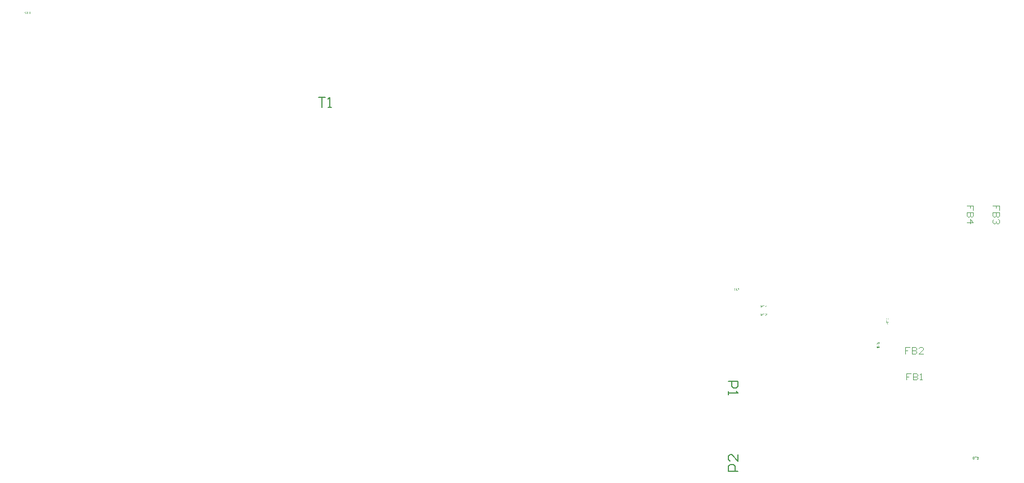
<source format=gbr>
G04*
G04 #@! TF.GenerationSoftware,Altium Limited,Altium Designer,25.5.2 (35)*
G04*
G04 Layer_Color=32768*
%FSLAX25Y25*%
%MOIN*%
G70*
G04*
G04 #@! TF.SameCoordinates,CCCDE38D-7695-4EB3-ABC8-F25FB468ABE4*
G04*
G04*
G04 #@! TF.FilePolarity,Positive*
G04*
G01*
G75*
%ADD12C,0.00394*%
%ADD13C,0.00591*%
G36*
X112115Y395533D02*
X112129D01*
X112146Y395532D01*
X112166Y395530D01*
X112186Y395528D01*
X112208Y395524D01*
X112232Y395521D01*
X112282Y395512D01*
X112332Y395498D01*
X112356Y395489D01*
X112381Y395480D01*
X112382Y395479D01*
X112387Y395478D01*
X112394Y395475D01*
X112403Y395470D01*
X112413Y395464D01*
X112425Y395458D01*
X112440Y395450D01*
X112455Y395440D01*
X112471Y395429D01*
X112487Y395418D01*
X112502Y395405D01*
X112519Y395390D01*
X112535Y395375D01*
X112551Y395358D01*
X112566Y395340D01*
X112579Y395321D01*
X112580Y395320D01*
X112583Y395316D01*
X112586Y395311D01*
X112591Y395303D01*
X112595Y395293D01*
X112602Y395280D01*
X112607Y395267D01*
X112614Y395252D01*
X112621Y395235D01*
X112628Y395217D01*
X112635Y395198D01*
X112640Y395176D01*
X112649Y395132D01*
X112652Y395109D01*
X112654Y395084D01*
X112463Y395069D01*
Y395070D01*
X112462Y395076D01*
X112460Y395082D01*
X112459Y395093D01*
X112456Y395104D01*
X112453Y395118D01*
X112449Y395133D01*
X112444Y395149D01*
X112438Y395166D01*
X112430Y395184D01*
X112422Y395202D01*
X112412Y395220D01*
X112401Y395237D01*
X112388Y395254D01*
X112373Y395270D01*
X112358Y395285D01*
X112356Y395286D01*
X112353Y395288D01*
X112349Y395292D01*
X112341Y395296D01*
X112332Y395302D01*
X112320Y395308D01*
X112307Y395314D01*
X112291Y395322D01*
X112274Y395329D01*
X112254Y395335D01*
X112232Y395341D01*
X112208Y395347D01*
X112184Y395352D01*
X112155Y395355D01*
X112126Y395357D01*
X112094Y395358D01*
X112077D01*
X112065Y395357D01*
X112050Y395356D01*
X112033Y395355D01*
X112014Y395353D01*
X111994Y395350D01*
X111951Y395342D01*
X111928Y395337D01*
X111907Y395330D01*
X111887Y395322D01*
X111866Y395314D01*
X111848Y395303D01*
X111831Y395292D01*
X111830Y395290D01*
X111828Y395288D01*
X111823Y395285D01*
X111819Y395280D01*
X111812Y395273D01*
X111805Y395266D01*
X111797Y395257D01*
X111790Y395246D01*
X111775Y395223D01*
X111761Y395196D01*
X111757Y395181D01*
X111752Y395165D01*
X111750Y395148D01*
X111749Y395131D01*
Y395130D01*
Y395128D01*
Y395123D01*
X111750Y395118D01*
X111751Y395111D01*
X111752Y395103D01*
X111755Y395084D01*
X111762Y395062D01*
X111774Y395040D01*
X111779Y395028D01*
X111787Y395018D01*
X111796Y395007D01*
X111806Y394997D01*
X111807D01*
X111810Y394994D01*
X111813Y394991D01*
X111819Y394988D01*
X111827Y394983D01*
X111838Y394977D01*
X111850Y394971D01*
X111865Y394964D01*
X111884Y394956D01*
X111905Y394948D01*
X111929Y394939D01*
X111958Y394930D01*
X111989Y394920D01*
X112024Y394910D01*
X112064Y394900D01*
X112107Y394889D01*
X112108D01*
X112109Y394888D01*
X112112D01*
X112117Y394887D01*
X112124Y394886D01*
X112129Y394884D01*
X112146Y394880D01*
X112167Y394876D01*
X112189Y394870D01*
X112214Y394863D01*
X112240Y394857D01*
X112295Y394842D01*
X112324Y394834D01*
X112351Y394826D01*
X112377Y394817D01*
X112401Y394809D01*
X112423Y394801D01*
X112441Y394793D01*
X112442Y394792D01*
X112447Y394791D01*
X112454Y394788D01*
X112463Y394782D01*
X112474Y394776D01*
X112487Y394770D01*
X112500Y394760D01*
X112515Y394752D01*
X112546Y394729D01*
X112579Y394702D01*
X112610Y394672D01*
X112623Y394655D01*
X112636Y394638D01*
X112637Y394637D01*
X112638Y394634D01*
X112641Y394629D01*
X112646Y394623D01*
X112650Y394614D01*
X112656Y394602D01*
X112662Y394591D01*
X112667Y394577D01*
X112673Y394562D01*
X112679Y394546D01*
X112684Y394528D01*
X112689Y394510D01*
X112697Y394469D01*
X112698Y394447D01*
X112699Y394425D01*
Y394424D01*
Y394419D01*
Y394414D01*
X112698Y394405D01*
X112697Y394394D01*
X112696Y394381D01*
X112693Y394367D01*
X112690Y394351D01*
X112687Y394335D01*
X112682Y394316D01*
X112676Y394298D01*
X112670Y394279D01*
X112662Y394259D01*
X112653Y394238D01*
X112642Y394218D01*
X112630Y394198D01*
X112629Y394197D01*
X112627Y394193D01*
X112623Y394188D01*
X112618Y394181D01*
X112610Y394172D01*
X112602Y394162D01*
X112592Y394149D01*
X112579Y394138D01*
X112566Y394124D01*
X112551Y394111D01*
X112535Y394097D01*
X112517Y394084D01*
X112498Y394070D01*
X112477Y394057D01*
X112455Y394044D01*
X112431Y394033D01*
X112430Y394032D01*
X112425Y394030D01*
X112419Y394027D01*
X112408Y394024D01*
X112396Y394019D01*
X112381Y394015D01*
X112366Y394009D01*
X112346Y394003D01*
X112326Y393998D01*
X112303Y393992D01*
X112280Y393988D01*
X112255Y393983D01*
X112228Y393980D01*
X112201Y393976D01*
X112171Y393975D01*
X112142Y393974D01*
X112123D01*
X112108Y393975D01*
X112090Y393976D01*
X112069Y393977D01*
X112047Y393979D01*
X112022Y393982D01*
X111996Y393984D01*
X111968Y393989D01*
X111910Y393999D01*
X111882Y394006D01*
X111853Y394014D01*
X111825Y394023D01*
X111798Y394033D01*
X111797Y394034D01*
X111793Y394036D01*
X111785Y394040D01*
X111776Y394044D01*
X111764Y394051D01*
X111751Y394058D01*
X111736Y394067D01*
X111719Y394078D01*
X111702Y394089D01*
X111685Y394103D01*
X111667Y394117D01*
X111649Y394133D01*
X111631Y394151D01*
X111613Y394171D01*
X111597Y394191D01*
X111581Y394212D01*
X111580Y394214D01*
X111578Y394218D01*
X111575Y394225D01*
X111569Y394234D01*
X111563Y394245D01*
X111556Y394259D01*
X111550Y394273D01*
X111542Y394291D01*
X111535Y394311D01*
X111527Y394331D01*
X111520Y394354D01*
X111515Y394377D01*
X111509Y394402D01*
X111504Y394428D01*
X111501Y394455D01*
X111500Y394484D01*
X111689Y394501D01*
Y394499D01*
X111690Y394496D01*
Y394489D01*
X111691Y394481D01*
X111693Y394472D01*
X111696Y394461D01*
X111698Y394449D01*
X111701Y394434D01*
X111709Y394405D01*
X111719Y394373D01*
X111733Y394342D01*
X111750Y394313D01*
X111751Y394312D01*
X111752Y394310D01*
X111755Y394306D01*
X111759Y394301D01*
X111764Y394295D01*
X111771Y394288D01*
X111778Y394280D01*
X111787Y394271D01*
X111797Y394262D01*
X111809Y394253D01*
X111821Y394243D01*
X111835Y394233D01*
X111849Y394223D01*
X111865Y394214D01*
X111883Y394204D01*
X111901Y394196D01*
X111902D01*
X111906Y394193D01*
X111911Y394191D01*
X111919Y394189D01*
X111929Y394185D01*
X111941Y394182D01*
X111954Y394177D01*
X111969Y394174D01*
X111985Y394169D01*
X112003Y394165D01*
X112022Y394162D01*
X112042Y394158D01*
X112085Y394154D01*
X112133Y394151D01*
X112144D01*
X112152Y394153D01*
X112162D01*
X112173Y394154D01*
X112187Y394155D01*
X112201Y394156D01*
X112232Y394159D01*
X112266Y394166D01*
X112300Y394174D01*
X112334Y394185D01*
X112335D01*
X112337Y394186D01*
X112342Y394189D01*
X112349Y394192D01*
X112355Y394196D01*
X112363Y394199D01*
X112382Y394210D01*
X112404Y394223D01*
X112425Y394238D01*
X112446Y394258D01*
X112464Y394278D01*
Y394279D01*
X112466Y394280D01*
X112468Y394284D01*
X112471Y394288D01*
X112477Y394301D01*
X112485Y394316D01*
X112493Y394336D01*
X112500Y394358D01*
X112505Y394382D01*
X112507Y394408D01*
Y394409D01*
Y394411D01*
Y394415D01*
X112506Y394420D01*
Y394426D01*
X112505Y394433D01*
X112501Y394450D01*
X112497Y394469D01*
X112489Y394490D01*
X112479Y394511D01*
X112465Y394531D01*
Y394532D01*
X112463Y394533D01*
X112457Y394540D01*
X112447Y394550D01*
X112433Y394563D01*
X112424Y394569D01*
X112414Y394576D01*
X112403Y394584D01*
X112390Y394591D01*
X112377Y394599D01*
X112362Y394606D01*
X112346Y394614D01*
X112329Y394620D01*
X112328D01*
X112326Y394621D01*
X112323Y394623D01*
X112317Y394625D01*
X112309Y394627D01*
X112299Y394631D01*
X112288Y394634D01*
X112273Y394638D01*
X112256Y394643D01*
X112237Y394649D01*
X112215Y394654D01*
X112190Y394661D01*
X112162Y394669D01*
X112132Y394677D01*
X112098Y394685D01*
X112060Y394694D01*
X112058Y394695D01*
X112051Y394696D01*
X112041Y394698D01*
X112027Y394703D01*
X112010Y394707D01*
X111990Y394712D01*
X111969Y394719D01*
X111946Y394724D01*
X111898Y394739D01*
X111850Y394755D01*
X111828Y394764D01*
X111806Y394772D01*
X111787Y394781D01*
X111770Y394789D01*
X111769Y394790D01*
X111766Y394791D01*
X111760Y394794D01*
X111752Y394799D01*
X111743Y394805D01*
X111733Y394811D01*
X111709Y394827D01*
X111683Y394847D01*
X111656Y394871D01*
X111631Y394898D01*
X111619Y394913D01*
X111609Y394929D01*
Y394930D01*
X111606Y394932D01*
X111604Y394938D01*
X111601Y394944D01*
X111596Y394952D01*
X111591Y394962D01*
X111587Y394972D01*
X111583Y394984D01*
X111578Y394998D01*
X111574Y395012D01*
X111564Y395044D01*
X111559Y395079D01*
X111558Y395098D01*
X111556Y395118D01*
Y395119D01*
Y395123D01*
Y395129D01*
X111558Y395137D01*
X111559Y395147D01*
X111560Y395159D01*
X111562Y395172D01*
X111564Y395188D01*
X111568Y395203D01*
X111572Y395220D01*
X111578Y395237D01*
X111584Y395255D01*
X111591Y395275D01*
X111599Y395294D01*
X111610Y395312D01*
X111621Y395331D01*
X111622Y395332D01*
X111624Y395336D01*
X111628Y395340D01*
X111633Y395348D01*
X111640Y395356D01*
X111648Y395365D01*
X111657Y395376D01*
X111668Y395388D01*
X111681Y395399D01*
X111696Y395411D01*
X111711Y395425D01*
X111728Y395437D01*
X111746Y395450D01*
X111766Y395461D01*
X111787Y395472D01*
X111810Y395483D01*
X111811Y395484D01*
X111815Y395485D01*
X111822Y395487D01*
X111831Y395491D01*
X111844Y395495D01*
X111857Y395499D01*
X111873Y395504D01*
X111891Y395509D01*
X111910Y395513D01*
X111932Y395518D01*
X111954Y395522D01*
X111979Y395527D01*
X112004Y395530D01*
X112031Y395532D01*
X112058Y395534D01*
X112102D01*
X112115Y395533D01*
D02*
G37*
G36*
X114881Y394000D02*
X114696D01*
Y395180D01*
X114694Y395179D01*
X114692Y395178D01*
X114689Y395173D01*
X114683Y395168D01*
X114676Y395163D01*
X114669Y395156D01*
X114660Y395148D01*
X114648Y395140D01*
X114636Y395131D01*
X114623Y395121D01*
X114609Y395110D01*
X114593Y395099D01*
X114558Y395076D01*
X114519Y395052D01*
X114518Y395051D01*
X114515Y395050D01*
X114509Y395046D01*
X114501Y395042D01*
X114491Y395036D01*
X114481Y395031D01*
X114469Y395024D01*
X114455Y395017D01*
X114424Y395001D01*
X114392Y394985D01*
X114358Y394971D01*
X114325Y394957D01*
Y395136D01*
X114327Y395137D01*
X114332Y395139D01*
X114340Y395144D01*
X114351Y395149D01*
X114365Y395156D01*
X114380Y395164D01*
X114397Y395174D01*
X114417Y395185D01*
X114438Y395198D01*
X114460Y395211D01*
X114505Y395242D01*
X114551Y395276D01*
X114596Y395313D01*
X114597Y395314D01*
X114602Y395318D01*
X114608Y395323D01*
X114615Y395331D01*
X114625Y395340D01*
X114636Y395352D01*
X114648Y395364D01*
X114661Y395377D01*
X114674Y395392D01*
X114688Y395408D01*
X114715Y395442D01*
X114740Y395478D01*
X114751Y395497D01*
X114761Y395515D01*
X114881D01*
Y394000D01*
D02*
G37*
G36*
X114053Y395331D02*
X113554D01*
Y394000D01*
X113354D01*
Y395331D01*
X112857D01*
Y395509D01*
X114053D01*
Y395331D01*
D02*
G37*
G36*
X625288Y212499D02*
X625305D01*
X625325Y212498D01*
X625349Y212495D01*
X625376Y212492D01*
X625405Y212489D01*
X625437Y212484D01*
X625469Y212478D01*
X625503Y212471D01*
X625538Y212463D01*
X625573Y212453D01*
X625608Y212440D01*
X625642Y212426D01*
X625676Y212411D01*
X625679Y212410D01*
X625684Y212406D01*
X625693Y212402D01*
X625706Y212394D01*
X625719Y212385D01*
X625736Y212373D01*
X625755Y212360D01*
X625776Y212345D01*
X625796Y212328D01*
X625819Y212309D01*
X625840Y212288D01*
X625863Y212265D01*
X625884Y212240D01*
X625906Y212214D01*
X625925Y212186D01*
X625943Y212155D01*
X625944Y212153D01*
X625948Y212147D01*
X625952Y212138D01*
X625958Y212126D01*
X625964Y212110D01*
X625972Y212092D01*
X625980Y212071D01*
X625989Y212047D01*
X625997Y212021D01*
X626005Y211993D01*
X626013Y211963D01*
X626020Y211930D01*
X626027Y211898D01*
X626031Y211863D01*
X626033Y211826D01*
X626034Y211789D01*
Y211779D01*
X626033Y211768D01*
X626032Y211752D01*
X626031Y211732D01*
X626029Y211710D01*
X626024Y211684D01*
X626020Y211657D01*
X626014Y211628D01*
X626006Y211597D01*
X625997Y211565D01*
X625986Y211534D01*
X625972Y211501D01*
X625958Y211469D01*
X625940Y211439D01*
X625919Y211409D01*
X625918Y211407D01*
X625914Y211403D01*
X625907Y211395D01*
X625898Y211385D01*
X625886Y211372D01*
X625872Y211358D01*
X625855Y211342D01*
X625836Y211325D01*
X625814Y211307D01*
X625789Y211289D01*
X625763Y211271D01*
X625734Y211254D01*
X625702Y211237D01*
X625668Y211221D01*
X625633Y211206D01*
X625595Y211194D01*
X625549Y211390D01*
X625551Y211391D01*
X625555Y211393D01*
X625564Y211396D01*
X625576Y211401D01*
X625589Y211406D01*
X625604Y211412D01*
X625622Y211420D01*
X625640Y211429D01*
X625659Y211440D01*
X625680Y211451D01*
X625699Y211464D01*
X625719Y211477D01*
X625738Y211492D01*
X625757Y211508D01*
X625773Y211525D01*
X625788Y211543D01*
X625789Y211544D01*
X625792Y211547D01*
X625795Y211553D01*
X625801Y211561D01*
X625806Y211570D01*
X625812Y211582D01*
X625819Y211596D01*
X625827Y211612D01*
X625833Y211629D01*
X625840Y211648D01*
X625846Y211668D01*
X625853Y211691D01*
X625857Y211715D01*
X625861Y211739D01*
X625863Y211766D01*
X625864Y211794D01*
Y211811D01*
X625863Y211822D01*
X625862Y211838D01*
X625859Y211855D01*
X625857Y211874D01*
X625854Y211894D01*
X625849Y211917D01*
X625844Y211941D01*
X625837Y211964D01*
X625829Y211989D01*
X625819Y212014D01*
X625807Y212038D01*
X625795Y212062D01*
X625780Y212084D01*
X625779Y212085D01*
X625777Y212089D01*
X625771Y212095D01*
X625766Y212103D01*
X625757Y212112D01*
X625746Y212124D01*
X625734Y212135D01*
X625720Y212149D01*
X625706Y212162D01*
X625689Y212176D01*
X625671Y212189D01*
X625650Y212203D01*
X625629Y212215D01*
X625605Y212228D01*
X625581Y212238D01*
X625555Y212248D01*
X625554D01*
X625549Y212250D01*
X625542Y212252D01*
X625532Y212255D01*
X625518Y212258D01*
X625503Y212263D01*
X625487Y212267D01*
X625467Y212271D01*
X625446Y212275D01*
X625423Y212280D01*
X625399Y212283D01*
X625375Y212288D01*
X625321Y212292D01*
X625266Y212294D01*
X625264D01*
X625257D01*
X625247D01*
X625233Y212293D01*
X625218Y212292D01*
X625197Y212291D01*
X625176Y212290D01*
X625152Y212288D01*
X625126Y212284D01*
X625100Y212281D01*
X625043Y212271D01*
X625014Y212265D01*
X624986Y212257D01*
X624957Y212249D01*
X624929Y212239D01*
X624928Y212238D01*
X624923Y212237D01*
X624916Y212233D01*
X624906Y212229D01*
X624894Y212222D01*
X624881Y212215D01*
X624865Y212206D01*
X624849Y212196D01*
X624831Y212185D01*
X624814Y212171D01*
X624796Y212158D01*
X624778Y212142D01*
X624761Y212125D01*
X624744Y212106D01*
X624729Y212086D01*
X624715Y212065D01*
X624714Y212064D01*
X624711Y212059D01*
X624708Y212052D01*
X624703Y212045D01*
X624699Y212033D01*
X624692Y212020D01*
X624686Y212005D01*
X624680Y211988D01*
X624673Y211970D01*
X624667Y211950D01*
X624660Y211929D01*
X624656Y211907D01*
X624651Y211883D01*
X624648Y211859D01*
X624646Y211834D01*
X624645Y211808D01*
Y211801D01*
X624646Y211793D01*
Y211780D01*
X624648Y211767D01*
X624650Y211750D01*
X624652Y211731D01*
X624657Y211710D01*
X624662Y211689D01*
X624668Y211666D01*
X624676Y211642D01*
X624685Y211619D01*
X624697Y211595D01*
X624709Y211571D01*
X624724Y211548D01*
X624741Y211526D01*
X624742Y211525D01*
X624745Y211520D01*
X624751Y211515D01*
X624759Y211507D01*
X624769Y211498D01*
X624781Y211486D01*
X624796Y211475D01*
X624813Y211463D01*
X624832Y211449D01*
X624854Y211437D01*
X624877Y211423D01*
X624902Y211409D01*
X624930Y211398D01*
X624961Y211387D01*
X624993Y211377D01*
X625028Y211368D01*
X624978Y211168D01*
X624977D01*
X624976Y211169D01*
X624972D01*
X624967Y211171D01*
X624961Y211172D01*
X624954Y211175D01*
X624937Y211180D01*
X624917Y211187D01*
X624893Y211196D01*
X624867Y211207D01*
X624839Y211220D01*
X624809Y211234D01*
X624778Y211250D01*
X624748Y211269D01*
X624716Y211290D01*
X624685Y211312D01*
X624656Y211337D01*
X624629Y211364D01*
X624603Y211394D01*
X624602Y211396D01*
X624597Y211402D01*
X624591Y211411D01*
X624582Y211423D01*
X624573Y211439D01*
X624562Y211458D01*
X624551Y211480D01*
X624538Y211505D01*
X624526Y211533D01*
X624515Y211562D01*
X624503Y211595D01*
X624494Y211631D01*
X624486Y211668D01*
X624480Y211708D01*
X624475Y211750D01*
X624474Y211793D01*
Y211810D01*
X624475Y211816D01*
Y211833D01*
X624477Y211854D01*
X624480Y211877D01*
X624482Y211905D01*
X624486Y211933D01*
X624492Y211964D01*
X624498Y211996D01*
X624506Y212029D01*
X624516Y212062D01*
X624527Y212095D01*
X624540Y212127D01*
X624555Y212159D01*
X624572Y212188D01*
X624573Y212190D01*
X624577Y212195D01*
X624582Y212203D01*
X624590Y212213D01*
X624602Y212225D01*
X624614Y212240D01*
X624629Y212257D01*
X624646Y212274D01*
X624665Y212293D01*
X624686Y212312D01*
X624710Y212332D01*
X624736Y212351D01*
X624763Y212370D01*
X624794Y212388D01*
X624827Y212405D01*
X624860Y212421D01*
X624863Y212422D01*
X624869Y212424D01*
X624880Y212428D01*
X624893Y212433D01*
X624911Y212439D01*
X624932Y212446D01*
X624955Y212453D01*
X624981Y212460D01*
X625011Y212467D01*
X625042Y212475D01*
X625075Y212482D01*
X625111Y212488D01*
X625147Y212493D01*
X625186Y212497D01*
X625225Y212499D01*
X625265Y212500D01*
X625266D01*
X625267D01*
X625271D01*
X625275D01*
X625281D01*
X625288Y212499D01*
D02*
G37*
G36*
X624525Y211020D02*
X624541Y211019D01*
X624561Y211016D01*
X624582Y211013D01*
X624605Y211007D01*
X624628Y210999D01*
X624629D01*
X624632Y210997D01*
X624638Y210995D01*
X624645Y210993D01*
X624655Y210988D01*
X624665Y210983D01*
X624677Y210977D01*
X624691Y210970D01*
X624706Y210962D01*
X624721Y210953D01*
X624755Y210933D01*
X624790Y210908D01*
X624828Y210878D01*
X624829Y210877D01*
X624832Y210874D01*
X624838Y210869D01*
X624846Y210863D01*
X624855Y210854D01*
X624866Y210843D01*
X624879Y210831D01*
X624893Y210816D01*
X624910Y210801D01*
X624927Y210782D01*
X624946Y210762D01*
X624966Y210741D01*
X624987Y210717D01*
X625010Y210691D01*
X625032Y210664D01*
X625056Y210635D01*
X625057Y210634D01*
X625058Y210633D01*
X625062Y210630D01*
X625065Y210624D01*
X625070Y210619D01*
X625075Y210612D01*
X625090Y210596D01*
X625107Y210576D01*
X625126Y210553D01*
X625149Y210528D01*
X625172Y210501D01*
X625197Y210474D01*
X625223Y210446D01*
X625249Y210419D01*
X625276Y210391D01*
X625302Y210365D01*
X625328Y210342D01*
X625353Y210320D01*
X625376Y210302D01*
X625377Y210301D01*
X625381Y210299D01*
X625387Y210294D01*
X625396Y210289D01*
X625406Y210282D01*
X625419Y210275D01*
X625433Y210267D01*
X625448Y210258D01*
X625465Y210250D01*
X625483Y210242D01*
X625520Y210229D01*
X625540Y210223D01*
X625560Y210219D01*
X625579Y210216D01*
X625599Y210215D01*
X625601D01*
X625604D01*
X625611D01*
X625618Y210216D01*
X625628Y210217D01*
X625639Y210220D01*
X625652Y210222D01*
X625664Y210225D01*
X625679Y210229D01*
X625693Y210234D01*
X625709Y210241D01*
X625725Y210248D01*
X625741Y210258D01*
X625757Y210268D01*
X625771Y210281D01*
X625786Y210294D01*
X625787Y210295D01*
X625789Y210298D01*
X625793Y210302D01*
X625798Y210309D01*
X625804Y210317D01*
X625810Y210326D01*
X625816Y210337D01*
X625824Y210350D01*
X625831Y210363D01*
X625838Y210379D01*
X625844Y210396D01*
X625850Y210414D01*
X625855Y210434D01*
X625858Y210455D01*
X625861Y210476D01*
X625862Y210500D01*
Y210512D01*
X625861Y210523D01*
X625859Y210534D01*
X625857Y210546D01*
X625855Y210561D01*
X625851Y210577D01*
X625847Y210594D01*
X625842Y210612D01*
X625836Y210630D01*
X625828Y210648D01*
X625819Y210666D01*
X625807Y210683D01*
X625796Y210700D01*
X625781Y210716D01*
X625780Y210717D01*
X625778Y210719D01*
X625773Y210724D01*
X625767Y210728D01*
X625759Y210734D01*
X625749Y210741D01*
X625737Y210749D01*
X625724Y210755D01*
X625709Y210763D01*
X625692Y210771D01*
X625674Y210778D01*
X625654Y210784D01*
X625633Y210788D01*
X625610Y210793D01*
X625586Y210795D01*
X625560Y210796D01*
X625579Y210986D01*
X625580D01*
X625581D01*
X625585Y210985D01*
X625588D01*
X625599Y210983D01*
X625614Y210981D01*
X625632Y210978D01*
X625653Y210973D01*
X625675Y210968D01*
X625699Y210960D01*
X625725Y210952D01*
X625752Y210942D01*
X625779Y210929D01*
X625805Y210916D01*
X625832Y210900D01*
X625857Y210882D01*
X625881Y210861D01*
X625904Y210839D01*
X625905Y210838D01*
X625908Y210833D01*
X625914Y210825D01*
X625921Y210815D01*
X625929Y210803D01*
X625939Y210787D01*
X625949Y210769D01*
X625960Y210749D01*
X625970Y210725D01*
X625980Y210699D01*
X625989Y210670D01*
X625998Y210640D01*
X626005Y210607D01*
X626011Y210573D01*
X626014Y210536D01*
X626015Y210496D01*
Y210486D01*
X626014Y210476D01*
X626013Y210460D01*
X626012Y210442D01*
X626009Y210421D01*
X626005Y210397D01*
X626001Y210372D01*
X625994Y210345D01*
X625986Y210317D01*
X625976Y210289D01*
X625964Y210260D01*
X625951Y210232D01*
X625934Y210204D01*
X625916Y210178D01*
X625894Y210153D01*
X625893Y210152D01*
X625889Y210147D01*
X625882Y210142D01*
X625873Y210133D01*
X625861Y210124D01*
X625847Y210112D01*
X625830Y210101D01*
X625812Y210089D01*
X625792Y210077D01*
X625769Y210066D01*
X625744Y210055D01*
X625718Y210046D01*
X625690Y210037D01*
X625659Y210031D01*
X625629Y210026D01*
X625596Y210025D01*
X625595D01*
X625592D01*
X625587D01*
X625580D01*
X625572Y210026D01*
X625562Y210028D01*
X625552Y210029D01*
X625540Y210030D01*
X625513Y210034D01*
X625482Y210041D01*
X625449Y210050D01*
X625416Y210063D01*
X625415D01*
X625413Y210065D01*
X625407Y210067D01*
X625402Y210069D01*
X625394Y210074D01*
X625384Y210078D01*
X625374Y210085D01*
X625361Y210092D01*
X625348Y210100D01*
X625333Y210109D01*
X625302Y210130D01*
X625268Y210155D01*
X625250Y210170D01*
X625232Y210186D01*
X625231Y210187D01*
X625228Y210190D01*
X625222Y210195D01*
X625214Y210203D01*
X625205Y210212D01*
X625193Y210223D01*
X625179Y210238D01*
X625163Y210254D01*
X625145Y210273D01*
X625125Y210293D01*
X625103Y210317D01*
X625080Y210343D01*
X625054Y210371D01*
X625027Y210402D01*
X624997Y210436D01*
X624967Y210472D01*
X624966Y210474D01*
X624961Y210478D01*
X624953Y210488D01*
X624944Y210499D01*
X624933Y210511D01*
X624920Y210527D01*
X624906Y210543D01*
X624891Y210561D01*
X624859Y210597D01*
X624828Y210632D01*
X624813Y210648D01*
X624799Y210663D01*
X624787Y210675D01*
X624777Y210685D01*
X624775Y210687D01*
X624768Y210693D01*
X624759Y210702D01*
X624746Y210712D01*
X624730Y210726D01*
X624714Y210738D01*
X624695Y210752D01*
X624677Y210764D01*
Y210023D01*
X624500D01*
Y211021D01*
X624501D01*
X624503D01*
X624507D01*
X624511D01*
X624517D01*
X624525Y211020D01*
D02*
G37*
G36*
X626007Y209197D02*
Y209046D01*
X625030D01*
Y208842D01*
X624860D01*
Y209046D01*
X624500D01*
Y209231D01*
X624860D01*
Y209885D01*
X625030D01*
X626007Y209197D01*
D02*
G37*
G36*
X620509Y197813D02*
X620507Y197799D01*
Y197782D01*
X620506Y197763D01*
X620505Y197742D01*
X620504Y197718D01*
X620502Y197694D01*
X620498Y197669D01*
X620492Y197619D01*
X620487Y197594D01*
X620481Y197569D01*
X620475Y197546D01*
X620468Y197526D01*
Y197525D01*
X620466Y197521D01*
X620463Y197516D01*
X620460Y197509D01*
X620455Y197500D01*
X620450Y197490D01*
X620443Y197478D01*
X620435Y197466D01*
X620425Y197452D01*
X620415Y197439D01*
X620403Y197425D01*
X620390Y197411D01*
X620376Y197397D01*
X620361Y197384D01*
X620342Y197371D01*
X620324Y197359D01*
X620323Y197358D01*
X620320Y197356D01*
X620314Y197353D01*
X620306Y197348D01*
X620297Y197344D01*
X620285Y197338D01*
X620272Y197333D01*
X620258Y197327D01*
X620241Y197321D01*
X620224Y197316D01*
X620205Y197310D01*
X620185Y197306D01*
X620142Y197298D01*
X620120Y197297D01*
X620097Y197295D01*
X620095D01*
X620090D01*
X620081Y197297D01*
X620070D01*
X620056Y197299D01*
X620041Y197301D01*
X620023Y197304D01*
X620003Y197308D01*
X619982Y197313D01*
X619960Y197320D01*
X619938Y197329D01*
X619915Y197339D01*
X619893Y197351D01*
X619869Y197365D01*
X619847Y197381D01*
X619826Y197399D01*
X619825Y197400D01*
X619822Y197404D01*
X619816Y197411D01*
X619808Y197419D01*
X619800Y197430D01*
X619790Y197443D01*
X619779Y197459D01*
X619767Y197478D01*
X619756Y197500D01*
X619743Y197524D01*
X619732Y197550D01*
X619721Y197579D01*
X619711Y197610D01*
X619702Y197645D01*
X619694Y197681D01*
X619687Y197720D01*
Y197719D01*
X619686Y197717D01*
X619684Y197712D01*
X619680Y197707D01*
X619677Y197701D01*
X619673Y197693D01*
X619663Y197675D01*
X619652Y197656D01*
X619638Y197637D01*
X619625Y197617D01*
X619611Y197600D01*
X619610Y197599D01*
X619608Y197596D01*
X619603Y197591D01*
X619597Y197586D01*
X619589Y197578D01*
X619580Y197569D01*
X619568Y197558D01*
X619556Y197546D01*
X619542Y197534D01*
X619527Y197521D01*
X619511Y197508D01*
X619493Y197493D01*
X619474Y197478D01*
X619453Y197464D01*
X619410Y197434D01*
X619000Y197175D01*
Y197423D01*
X619314Y197623D01*
X619315Y197624D01*
X619320Y197626D01*
X619328Y197631D01*
X619337Y197638D01*
X619348Y197645D01*
X619360Y197654D01*
X619375Y197663D01*
X619391Y197674D01*
X619424Y197697D01*
X619459Y197720D01*
X619492Y197744D01*
X619507Y197755D01*
X619521Y197767D01*
X619522Y197768D01*
X619524Y197769D01*
X619528Y197772D01*
X619532Y197776D01*
X619546Y197787D01*
X619560Y197801D01*
X619577Y197816D01*
X619594Y197833D01*
X619609Y197851D01*
X619622Y197868D01*
X619623Y197871D01*
X619626Y197876D01*
X619632Y197884D01*
X619637Y197897D01*
X619644Y197910D01*
X619651Y197925D01*
X619658Y197942D01*
X619662Y197959D01*
Y197960D01*
X619663Y197966D01*
X619664Y197973D01*
X619667Y197985D01*
X619668Y198001D01*
X619669Y198020D01*
X619670Y198042D01*
Y198300D01*
X619000D01*
Y198500D01*
X620509D01*
Y197813D01*
D02*
G37*
G36*
X620137Y196914D02*
X620139Y196909D01*
X620144Y196901D01*
X620149Y196890D01*
X620156Y196876D01*
X620164Y196860D01*
X620174Y196843D01*
X620185Y196824D01*
X620198Y196803D01*
X620211Y196781D01*
X620242Y196736D01*
X620276Y196690D01*
X620313Y196644D01*
X620314Y196643D01*
X620318Y196639D01*
X620323Y196633D01*
X620331Y196625D01*
X620340Y196616D01*
X620352Y196605D01*
X620364Y196593D01*
X620377Y196580D01*
X620392Y196567D01*
X620408Y196553D01*
X620442Y196526D01*
X620478Y196501D01*
X620497Y196490D01*
X620515Y196480D01*
Y196360D01*
X619000D01*
Y196545D01*
X620180D01*
X620179Y196546D01*
X620178Y196548D01*
X620173Y196552D01*
X620168Y196557D01*
X620163Y196564D01*
X620156Y196572D01*
X620148Y196581D01*
X620140Y196593D01*
X620131Y196605D01*
X620121Y196617D01*
X620110Y196632D01*
X620099Y196648D01*
X620076Y196683D01*
X620052Y196721D01*
X620051Y196722D01*
X620050Y196726D01*
X620046Y196731D01*
X620042Y196739D01*
X620036Y196750D01*
X620031Y196760D01*
X620024Y196772D01*
X620017Y196786D01*
X620001Y196816D01*
X619985Y196849D01*
X619971Y196883D01*
X619957Y196916D01*
X620136D01*
X620137Y196914D01*
D02*
G37*
G36*
X619411Y195692D02*
X619410D01*
X619405Y195691D01*
X619398Y195690D01*
X619388Y195687D01*
X619376Y195684D01*
X619363Y195681D01*
X619348Y195676D01*
X619331Y195672D01*
X619297Y195658D01*
X619261Y195641D01*
X619244Y195631D01*
X619227Y195620D01*
X619212Y195606D01*
X619198Y195592D01*
X619197Y195591D01*
X619194Y195589D01*
X619191Y195585D01*
X619186Y195579D01*
X619181Y195571D01*
X619175Y195562D01*
X619168Y195552D01*
X619163Y195539D01*
X619156Y195526D01*
X619149Y195512D01*
X619143Y195496D01*
X619138Y195480D01*
X619133Y195461D01*
X619130Y195443D01*
X619128Y195423D01*
X619127Y195403D01*
Y195397D01*
X619128Y195389D01*
Y195380D01*
X619130Y195369D01*
X619132Y195355D01*
X619135Y195341D01*
X619139Y195324D01*
X619145Y195307D01*
X619151Y195289D01*
X619159Y195269D01*
X619170Y195250D01*
X619181Y195231D01*
X619194Y195212D01*
X619209Y195194D01*
X619227Y195176D01*
X619228Y195174D01*
X619232Y195171D01*
X619237Y195167D01*
X619245Y195161D01*
X619255Y195154D01*
X619268Y195146D01*
X619282Y195138D01*
X619298Y195129D01*
X619316Y195120D01*
X619337Y195112D01*
X619358Y195104D01*
X619382Y195098D01*
X619408Y195092D01*
X619435Y195086D01*
X619463Y195084D01*
X619494Y195083D01*
X619496D01*
X619501D01*
X619510D01*
X619520Y195084D01*
X619533Y195085D01*
X619549Y195087D01*
X619566Y195091D01*
X619585Y195094D01*
X619605Y195099D01*
X619625Y195104D01*
X619646Y195112D01*
X619667Y195120D01*
X619687Y195130D01*
X619707Y195143D01*
X619727Y195156D01*
X619745Y195172D01*
X619746Y195173D01*
X619749Y195177D01*
X619754Y195181D01*
X619759Y195188D01*
X619766Y195197D01*
X619774Y195207D01*
X619782Y195220D01*
X619791Y195234D01*
X619799Y195250D01*
X619807Y195268D01*
X619815Y195286D01*
X619822Y195308D01*
X619828Y195329D01*
X619833Y195353D01*
X619835Y195379D01*
X619836Y195405D01*
Y195414D01*
X619835Y195420D01*
Y195428D01*
X619834Y195438D01*
X619833Y195448D01*
X619832Y195459D01*
X619826Y195484D01*
X619819Y195511D01*
X619809Y195539D01*
X619796Y195568D01*
Y195569D01*
X619793Y195571D01*
X619791Y195574D01*
X619789Y195579D01*
X619780Y195592D01*
X619767Y195608D01*
X619753Y195626D01*
X619734Y195644D01*
X619713Y195663D01*
X619690Y195679D01*
X619713Y195853D01*
X620487Y195708D01*
Y194957D01*
X620310D01*
Y195561D01*
X619905Y195641D01*
X619906Y195640D01*
X619910Y195635D01*
X619914Y195627D01*
X619920Y195617D01*
X619928Y195605D01*
X619936Y195590D01*
X619944Y195573D01*
X619953Y195554D01*
X619962Y195534D01*
X619970Y195512D01*
X619979Y195489D01*
X619985Y195464D01*
X619991Y195438D01*
X619995Y195412D01*
X619999Y195385D01*
X620000Y195356D01*
Y195347D01*
X619999Y195337D01*
X619998Y195324D01*
X619995Y195307D01*
X619993Y195286D01*
X619989Y195265D01*
X619983Y195240D01*
X619975Y195215D01*
X619966Y195188D01*
X619955Y195161D01*
X619942Y195133D01*
X619927Y195104D01*
X619907Y195076D01*
X619887Y195049D01*
X619862Y195023D01*
X619861Y195022D01*
X619855Y195017D01*
X619849Y195011D01*
X619837Y195001D01*
X619824Y194991D01*
X619808Y194980D01*
X619789Y194968D01*
X619767Y194954D01*
X619742Y194942D01*
X619716Y194929D01*
X619687Y194918D01*
X619657Y194908D01*
X619623Y194899D01*
X619588Y194892D01*
X619550Y194887D01*
X619511Y194886D01*
X619509D01*
X619502D01*
X619490Y194887D01*
X619477Y194888D01*
X619459Y194890D01*
X619438Y194893D01*
X619415Y194896D01*
X619390Y194901D01*
X619363Y194908D01*
X619335Y194916D01*
X619305Y194925D01*
X619276Y194937D01*
X619245Y194951D01*
X619215Y194966D01*
X619185Y194985D01*
X619157Y195006D01*
X619155Y195007D01*
X619149Y195013D01*
X619140Y195021D01*
X619129Y195032D01*
X619114Y195047D01*
X619099Y195065D01*
X619082Y195086D01*
X619066Y195110D01*
X619049Y195137D01*
X619032Y195167D01*
X619017Y195199D01*
X619002Y195234D01*
X618991Y195273D01*
X618982Y195313D01*
X618976Y195356D01*
X618974Y195403D01*
Y195412D01*
X618975Y195423D01*
X618976Y195437D01*
X618977Y195455D01*
X618980Y195475D01*
X618983Y195498D01*
X618989Y195521D01*
X618994Y195547D01*
X619002Y195574D01*
X619011Y195603D01*
X619023Y195631D01*
X619035Y195659D01*
X619051Y195686D01*
X619068Y195713D01*
X619088Y195738D01*
X619089Y195739D01*
X619094Y195744D01*
X619101Y195751D01*
X619110Y195759D01*
X619121Y195769D01*
X619135Y195780D01*
X619151Y195792D01*
X619170Y195805D01*
X619191Y195818D01*
X619214Y195831D01*
X619238Y195843D01*
X619266Y195856D01*
X619295Y195866D01*
X619327Y195875D01*
X619359Y195882D01*
X619394Y195886D01*
X619411Y195692D01*
D02*
G37*
G36*
X553393Y219530D02*
X553597D01*
Y219360D01*
X553393D01*
Y219000D01*
X553208D01*
Y219360D01*
X552554D01*
Y219530D01*
X553242Y220507D01*
X553393D01*
Y219530D01*
D02*
G37*
G36*
X552140Y219000D02*
X551955D01*
Y220180D01*
X551954Y220179D01*
X551952Y220178D01*
X551948Y220173D01*
X551942Y220168D01*
X551936Y220163D01*
X551928Y220156D01*
X551919Y220148D01*
X551907Y220140D01*
X551895Y220131D01*
X551883Y220121D01*
X551868Y220110D01*
X551852Y220099D01*
X551817Y220076D01*
X551779Y220052D01*
X551778Y220051D01*
X551774Y220050D01*
X551768Y220046D01*
X551760Y220042D01*
X551750Y220036D01*
X551740Y220031D01*
X551728Y220024D01*
X551714Y220017D01*
X551684Y220001D01*
X551651Y219985D01*
X551617Y219971D01*
X551584Y219957D01*
Y220136D01*
X551586Y220137D01*
X551591Y220139D01*
X551599Y220144D01*
X551610Y220149D01*
X551624Y220156D01*
X551640Y220164D01*
X551657Y220174D01*
X551676Y220185D01*
X551697Y220198D01*
X551719Y220211D01*
X551764Y220242D01*
X551810Y220276D01*
X551856Y220313D01*
X551857Y220314D01*
X551861Y220318D01*
X551867Y220323D01*
X551875Y220331D01*
X551884Y220340D01*
X551895Y220352D01*
X551907Y220364D01*
X551920Y220377D01*
X551933Y220392D01*
X551947Y220408D01*
X551974Y220442D01*
X551999Y220478D01*
X552010Y220497D01*
X552020Y220515D01*
X552140D01*
Y219000D01*
D02*
G37*
G36*
X550701Y220507D02*
X550718D01*
X550737Y220506D01*
X550758Y220505D01*
X550782Y220504D01*
X550806Y220502D01*
X550831Y220498D01*
X550881Y220492D01*
X550906Y220487D01*
X550931Y220481D01*
X550954Y220475D01*
X550974Y220468D01*
X550975D01*
X550979Y220466D01*
X550984Y220463D01*
X550991Y220460D01*
X551000Y220455D01*
X551010Y220450D01*
X551021Y220443D01*
X551034Y220435D01*
X551048Y220425D01*
X551061Y220415D01*
X551075Y220404D01*
X551089Y220390D01*
X551103Y220376D01*
X551116Y220360D01*
X551129Y220342D01*
X551141Y220324D01*
X551142Y220323D01*
X551144Y220320D01*
X551147Y220314D01*
X551152Y220306D01*
X551156Y220297D01*
X551162Y220285D01*
X551167Y220272D01*
X551173Y220258D01*
X551179Y220241D01*
X551184Y220224D01*
X551190Y220205D01*
X551194Y220185D01*
X551202Y220142D01*
X551203Y220120D01*
X551205Y220097D01*
Y220095D01*
Y220091D01*
X551203Y220081D01*
Y220070D01*
X551201Y220057D01*
X551199Y220041D01*
X551195Y220023D01*
X551192Y220003D01*
X551187Y219982D01*
X551180Y219960D01*
X551171Y219938D01*
X551160Y219915D01*
X551149Y219893D01*
X551134Y219869D01*
X551119Y219847D01*
X551101Y219826D01*
X551099Y219825D01*
X551096Y219822D01*
X551089Y219816D01*
X551081Y219808D01*
X551070Y219800D01*
X551056Y219790D01*
X551041Y219779D01*
X551021Y219767D01*
X551000Y219756D01*
X550976Y219743D01*
X550950Y219732D01*
X550921Y219721D01*
X550890Y219711D01*
X550855Y219702D01*
X550819Y219694D01*
X550780Y219687D01*
X550781D01*
X550783Y219686D01*
X550788Y219684D01*
X550793Y219680D01*
X550799Y219677D01*
X550807Y219673D01*
X550825Y219663D01*
X550844Y219652D01*
X550863Y219638D01*
X550882Y219625D01*
X550900Y219611D01*
X550901Y219610D01*
X550904Y219608D01*
X550909Y219603D01*
X550914Y219597D01*
X550922Y219589D01*
X550931Y219580D01*
X550942Y219568D01*
X550954Y219556D01*
X550966Y219542D01*
X550979Y219527D01*
X550992Y219511D01*
X551007Y219493D01*
X551021Y219474D01*
X551036Y219453D01*
X551066Y219410D01*
X551326Y219000D01*
X551077D01*
X550877Y219314D01*
X550876Y219315D01*
X550874Y219320D01*
X550869Y219328D01*
X550862Y219337D01*
X550855Y219348D01*
X550846Y219360D01*
X550837Y219375D01*
X550826Y219391D01*
X550803Y219424D01*
X550780Y219459D01*
X550756Y219492D01*
X550745Y219507D01*
X550733Y219521D01*
X550732Y219522D01*
X550731Y219524D01*
X550728Y219528D01*
X550724Y219532D01*
X550713Y219546D01*
X550700Y219561D01*
X550684Y219577D01*
X550667Y219594D01*
X550649Y219609D01*
X550632Y219621D01*
X550629Y219623D01*
X550624Y219626D01*
X550616Y219632D01*
X550603Y219637D01*
X550590Y219644D01*
X550575Y219651D01*
X550558Y219658D01*
X550541Y219662D01*
X550540D01*
X550534Y219663D01*
X550527Y219664D01*
X550515Y219667D01*
X550499Y219668D01*
X550480Y219669D01*
X550458Y219670D01*
X550200D01*
Y219000D01*
X550000D01*
Y220509D01*
X550687D01*
X550701Y220507D01*
D02*
G37*
G36*
X553135Y215514D02*
X553150Y215513D01*
X553168Y215512D01*
X553190Y215509D01*
X553214Y215505D01*
X553239Y215501D01*
X553266Y215494D01*
X553294Y215486D01*
X553322Y215476D01*
X553350Y215464D01*
X553379Y215451D01*
X553407Y215434D01*
X553433Y215416D01*
X553458Y215394D01*
X553459Y215393D01*
X553464Y215389D01*
X553469Y215382D01*
X553478Y215373D01*
X553487Y215360D01*
X553499Y215347D01*
X553510Y215330D01*
X553522Y215312D01*
X553534Y215292D01*
X553545Y215269D01*
X553556Y215244D01*
X553565Y215218D01*
X553574Y215190D01*
X553580Y215159D01*
X553584Y215129D01*
X553585Y215096D01*
Y215095D01*
Y215092D01*
Y215087D01*
Y215080D01*
X553584Y215072D01*
X553583Y215062D01*
X553582Y215052D01*
X553581Y215040D01*
X553577Y215013D01*
X553570Y214982D01*
X553561Y214949D01*
X553548Y214916D01*
Y214915D01*
X553546Y214913D01*
X553544Y214907D01*
X553541Y214902D01*
X553537Y214894D01*
X553532Y214884D01*
X553526Y214874D01*
X553519Y214861D01*
X553511Y214847D01*
X553502Y214833D01*
X553480Y214802D01*
X553455Y214768D01*
X553441Y214750D01*
X553425Y214732D01*
X553424Y214731D01*
X553420Y214728D01*
X553416Y214722D01*
X553408Y214714D01*
X553399Y214705D01*
X553388Y214693D01*
X553373Y214679D01*
X553357Y214663D01*
X553338Y214645D01*
X553318Y214625D01*
X553294Y214603D01*
X553268Y214580D01*
X553240Y214554D01*
X553209Y214527D01*
X553175Y214497D01*
X553139Y214467D01*
X553137Y214466D01*
X553132Y214461D01*
X553123Y214453D01*
X553112Y214444D01*
X553100Y214433D01*
X553084Y214420D01*
X553068Y214406D01*
X553050Y214391D01*
X553014Y214359D01*
X552979Y214328D01*
X552963Y214313D01*
X552948Y214299D01*
X552936Y214287D01*
X552926Y214277D01*
X552923Y214275D01*
X552918Y214268D01*
X552909Y214259D01*
X552898Y214246D01*
X552885Y214230D01*
X552873Y214214D01*
X552859Y214195D01*
X552846Y214177D01*
X553588D01*
Y214000D01*
X552590D01*
Y214001D01*
Y214003D01*
Y214007D01*
Y214011D01*
Y214017D01*
X552591Y214025D01*
X552592Y214041D01*
X552595Y214061D01*
X552598Y214083D01*
X552603Y214105D01*
X552611Y214128D01*
Y214129D01*
X552614Y214132D01*
X552616Y214138D01*
X552618Y214145D01*
X552623Y214155D01*
X552627Y214165D01*
X552634Y214177D01*
X552641Y214191D01*
X552649Y214206D01*
X552658Y214222D01*
X552678Y214255D01*
X552703Y214290D01*
X552732Y214328D01*
X552734Y214329D01*
X552737Y214332D01*
X552741Y214338D01*
X552748Y214346D01*
X552757Y214355D01*
X552767Y214366D01*
X552780Y214378D01*
X552795Y214393D01*
X552810Y214410D01*
X552828Y214427D01*
X552849Y214446D01*
X552870Y214466D01*
X552894Y214487D01*
X552920Y214510D01*
X552947Y214532D01*
X552975Y214556D01*
X552976Y214557D01*
X552978Y214558D01*
X552981Y214562D01*
X552987Y214565D01*
X552992Y214569D01*
X552999Y214575D01*
X553015Y214590D01*
X553035Y214607D01*
X553058Y214626D01*
X553083Y214649D01*
X553110Y214672D01*
X553137Y214697D01*
X553165Y214723D01*
X553192Y214749D01*
X553219Y214776D01*
X553245Y214802D01*
X553269Y214828D01*
X553291Y214853D01*
X553309Y214876D01*
X553310Y214877D01*
X553312Y214881D01*
X553317Y214887D01*
X553322Y214896D01*
X553329Y214906D01*
X553336Y214919D01*
X553344Y214933D01*
X553353Y214948D01*
X553361Y214965D01*
X553369Y214983D01*
X553382Y215020D01*
X553388Y215040D01*
X553392Y215060D01*
X553395Y215079D01*
X553396Y215100D01*
Y215101D01*
Y215104D01*
Y215111D01*
X553395Y215118D01*
X553393Y215128D01*
X553391Y215139D01*
X553389Y215152D01*
X553385Y215164D01*
X553382Y215179D01*
X553376Y215193D01*
X553370Y215209D01*
X553363Y215225D01*
X553353Y215241D01*
X553342Y215257D01*
X553330Y215271D01*
X553317Y215286D01*
X553315Y215287D01*
X553313Y215289D01*
X553309Y215293D01*
X553302Y215298D01*
X553294Y215304D01*
X553285Y215310D01*
X553274Y215316D01*
X553261Y215324D01*
X553248Y215331D01*
X553232Y215338D01*
X553215Y215344D01*
X553197Y215350D01*
X553176Y215355D01*
X553156Y215358D01*
X553135Y215360D01*
X553111Y215362D01*
X553098D01*
X553088Y215360D01*
X553077Y215359D01*
X553065Y215357D01*
X553050Y215355D01*
X553034Y215352D01*
X553017Y215347D01*
X552999Y215342D01*
X552981Y215336D01*
X552963Y215328D01*
X552945Y215319D01*
X552928Y215307D01*
X552911Y215296D01*
X552895Y215281D01*
X552894Y215280D01*
X552892Y215278D01*
X552887Y215273D01*
X552883Y215267D01*
X552877Y215259D01*
X552870Y215249D01*
X552862Y215237D01*
X552855Y215224D01*
X552848Y215209D01*
X552840Y215192D01*
X552833Y215174D01*
X552827Y215154D01*
X552823Y215133D01*
X552818Y215110D01*
X552816Y215086D01*
X552815Y215060D01*
X552625Y215079D01*
Y215080D01*
Y215081D01*
X552626Y215085D01*
Y215088D01*
X552627Y215100D01*
X552630Y215114D01*
X552633Y215132D01*
X552637Y215153D01*
X552643Y215175D01*
X552651Y215199D01*
X552659Y215225D01*
X552669Y215252D01*
X552681Y215279D01*
X552695Y215305D01*
X552711Y215332D01*
X552729Y215357D01*
X552749Y215381D01*
X552772Y215404D01*
X552773Y215405D01*
X552777Y215408D01*
X552785Y215414D01*
X552796Y215422D01*
X552808Y215429D01*
X552824Y215439D01*
X552842Y215449D01*
X552862Y215460D01*
X552886Y215470D01*
X552912Y215480D01*
X552940Y215489D01*
X552971Y215498D01*
X553004Y215505D01*
X553037Y215511D01*
X553075Y215514D01*
X553114Y215515D01*
X553124D01*
X553135Y215514D01*
D02*
G37*
G36*
X552140Y214000D02*
X551955D01*
Y215180D01*
X551954Y215179D01*
X551952Y215177D01*
X551948Y215173D01*
X551942Y215168D01*
X551936Y215163D01*
X551928Y215156D01*
X551919Y215148D01*
X551907Y215140D01*
X551895Y215131D01*
X551883Y215121D01*
X551868Y215110D01*
X551852Y215100D01*
X551817Y215076D01*
X551779Y215052D01*
X551778Y215051D01*
X551774Y215050D01*
X551768Y215046D01*
X551760Y215042D01*
X551750Y215036D01*
X551740Y215031D01*
X551728Y215024D01*
X551714Y215017D01*
X551684Y215001D01*
X551651Y214985D01*
X551617Y214971D01*
X551584Y214957D01*
Y215136D01*
X551586Y215137D01*
X551591Y215139D01*
X551599Y215144D01*
X551610Y215149D01*
X551624Y215156D01*
X551640Y215164D01*
X551657Y215174D01*
X551676Y215185D01*
X551697Y215198D01*
X551719Y215211D01*
X551764Y215242D01*
X551810Y215276D01*
X551856Y215313D01*
X551857Y215314D01*
X551861Y215318D01*
X551867Y215323D01*
X551875Y215331D01*
X551884Y215340D01*
X551895Y215352D01*
X551907Y215364D01*
X551920Y215377D01*
X551933Y215392D01*
X551947Y215408D01*
X551974Y215442D01*
X551999Y215478D01*
X552010Y215497D01*
X552020Y215515D01*
X552140D01*
Y214000D01*
D02*
G37*
G36*
X550701Y215507D02*
X550718D01*
X550737Y215506D01*
X550758Y215505D01*
X550782Y215504D01*
X550806Y215502D01*
X550831Y215498D01*
X550881Y215492D01*
X550906Y215487D01*
X550931Y215481D01*
X550954Y215475D01*
X550974Y215468D01*
X550975D01*
X550979Y215466D01*
X550984Y215463D01*
X550991Y215460D01*
X551000Y215455D01*
X551010Y215450D01*
X551021Y215443D01*
X551034Y215435D01*
X551048Y215425D01*
X551061Y215415D01*
X551075Y215404D01*
X551089Y215390D01*
X551103Y215376D01*
X551116Y215360D01*
X551129Y215342D01*
X551141Y215324D01*
X551142Y215323D01*
X551144Y215320D01*
X551147Y215314D01*
X551152Y215306D01*
X551156Y215297D01*
X551162Y215285D01*
X551167Y215272D01*
X551173Y215258D01*
X551179Y215241D01*
X551184Y215224D01*
X551190Y215205D01*
X551194Y215185D01*
X551202Y215142D01*
X551203Y215120D01*
X551205Y215097D01*
Y215095D01*
Y215090D01*
X551203Y215081D01*
Y215070D01*
X551201Y215057D01*
X551199Y215041D01*
X551195Y215023D01*
X551192Y215003D01*
X551187Y214982D01*
X551180Y214961D01*
X551171Y214938D01*
X551160Y214915D01*
X551149Y214893D01*
X551134Y214869D01*
X551119Y214847D01*
X551101Y214826D01*
X551099Y214825D01*
X551096Y214822D01*
X551089Y214816D01*
X551081Y214808D01*
X551070Y214800D01*
X551056Y214790D01*
X551041Y214779D01*
X551021Y214767D01*
X551000Y214756D01*
X550976Y214743D01*
X550950Y214732D01*
X550921Y214721D01*
X550890Y214711D01*
X550855Y214702D01*
X550819Y214694D01*
X550780Y214687D01*
X550781D01*
X550783Y214686D01*
X550788Y214684D01*
X550793Y214680D01*
X550799Y214677D01*
X550807Y214673D01*
X550825Y214663D01*
X550844Y214652D01*
X550863Y214638D01*
X550882Y214625D01*
X550900Y214611D01*
X550901Y214610D01*
X550904Y214608D01*
X550909Y214603D01*
X550914Y214597D01*
X550922Y214589D01*
X550931Y214580D01*
X550942Y214568D01*
X550954Y214556D01*
X550966Y214542D01*
X550979Y214527D01*
X550992Y214511D01*
X551007Y214493D01*
X551021Y214474D01*
X551036Y214453D01*
X551066Y214410D01*
X551326Y214000D01*
X551077D01*
X550877Y214314D01*
X550876Y214315D01*
X550874Y214320D01*
X550869Y214328D01*
X550862Y214337D01*
X550855Y214348D01*
X550846Y214360D01*
X550837Y214375D01*
X550826Y214391D01*
X550803Y214424D01*
X550780Y214459D01*
X550756Y214492D01*
X550745Y214507D01*
X550733Y214521D01*
X550732Y214522D01*
X550731Y214524D01*
X550728Y214528D01*
X550724Y214532D01*
X550713Y214546D01*
X550700Y214561D01*
X550684Y214577D01*
X550667Y214594D01*
X550649Y214609D01*
X550632Y214621D01*
X550629Y214623D01*
X550624Y214626D01*
X550616Y214632D01*
X550603Y214637D01*
X550590Y214644D01*
X550575Y214651D01*
X550558Y214658D01*
X550541Y214662D01*
X550540D01*
X550534Y214663D01*
X550527Y214664D01*
X550515Y214667D01*
X550499Y214668D01*
X550480Y214669D01*
X550458Y214670D01*
X550200D01*
Y214000D01*
X550000D01*
Y215509D01*
X550687D01*
X550701Y215507D01*
D02*
G37*
G36*
X536608Y230514D02*
X536618D01*
X536630Y230513D01*
X536645Y230511D01*
X536661Y230509D01*
X536678Y230506D01*
X536696Y230503D01*
X536734Y230493D01*
X536774Y230480D01*
X536794Y230471D01*
X536813Y230462D01*
X536814Y230461D01*
X536818Y230460D01*
X536823Y230457D01*
X536830Y230452D01*
X536839Y230448D01*
X536849Y230441D01*
X536872Y230424D01*
X536898Y230403D01*
X536924Y230379D01*
X536950Y230350D01*
X536961Y230334D01*
X536973Y230318D01*
X536974Y230316D01*
X536975Y230313D01*
X536978Y230309D01*
X536981Y230302D01*
X536985Y230293D01*
X536991Y230284D01*
X536995Y230271D01*
X537001Y230259D01*
X537005Y230245D01*
X537011Y230229D01*
X537019Y230197D01*
X537026Y230162D01*
X537027Y230142D01*
X537028Y230123D01*
Y230122D01*
Y230119D01*
Y230114D01*
X537027Y230106D01*
Y230098D01*
X537026Y230088D01*
X537023Y230077D01*
X537021Y230065D01*
X537015Y230036D01*
X537005Y230007D01*
X536993Y229975D01*
X536984Y229960D01*
X536975Y229945D01*
X536974Y229944D01*
X536973Y229941D01*
X536969Y229937D01*
X536965Y229931D01*
X536960Y229925D01*
X536953Y229918D01*
X536945Y229908D01*
X536936Y229900D01*
X536926Y229889D01*
X536914Y229879D01*
X536901Y229869D01*
X536888Y229858D01*
X536872Y229848D01*
X536856Y229837D01*
X536839Y229827D01*
X536820Y229818D01*
X536821D01*
X536826Y229817D01*
X536832Y229815D01*
X536842Y229811D01*
X536853Y229808D01*
X536866Y229803D01*
X536881Y229797D01*
X536896Y229790D01*
X536913Y229782D01*
X536930Y229773D01*
X536946Y229763D01*
X536964Y229750D01*
X536981Y229737D01*
X536997Y229723D01*
X537013Y229706D01*
X537028Y229689D01*
X537029Y229688D01*
X537031Y229685D01*
X537035Y229679D01*
X537039Y229672D01*
X537045Y229662D01*
X537052Y229651D01*
X537058Y229637D01*
X537065Y229623D01*
X537072Y229606D01*
X537079Y229588D01*
X537085Y229567D01*
X537091Y229546D01*
X537096Y229523D01*
X537099Y229498D01*
X537101Y229473D01*
X537102Y229446D01*
Y229444D01*
Y229437D01*
X537101Y229427D01*
X537100Y229414D01*
X537098Y229397D01*
X537094Y229376D01*
X537090Y229355D01*
X537084Y229330D01*
X537077Y229304D01*
X537067Y229278D01*
X537055Y229250D01*
X537041Y229222D01*
X537024Y229193D01*
X537005Y229165D01*
X536984Y229137D01*
X536958Y229111D01*
X536957Y229110D01*
X536951Y229105D01*
X536943Y229098D01*
X536932Y229089D01*
X536918Y229079D01*
X536901Y229068D01*
X536881Y229055D01*
X536858Y229043D01*
X536833Y229029D01*
X536806Y229017D01*
X536776Y229006D01*
X536744Y228995D01*
X536709Y228986D01*
X536673Y228980D01*
X536635Y228975D01*
X536594Y228974D01*
X536585D01*
X536575Y228975D01*
X536561Y228976D01*
X536544Y228977D01*
X536524Y228981D01*
X536502Y228984D01*
X536479Y228989D01*
X536453Y228995D01*
X536426Y229002D01*
X536398Y229012D01*
X536371Y229024D01*
X536343Y229037D01*
X536316Y229053D01*
X536289Y229071D01*
X536264Y229092D01*
X536263Y229093D01*
X536258Y229097D01*
X536252Y229104D01*
X536244Y229113D01*
X536234Y229124D01*
X536221Y229139D01*
X536210Y229156D01*
X536196Y229174D01*
X536183Y229195D01*
X536170Y229219D01*
X536158Y229244D01*
X536145Y229271D01*
X536135Y229301D01*
X536126Y229331D01*
X536119Y229364D01*
X536115Y229399D01*
X536300Y229424D01*
Y229421D01*
X536301Y229417D01*
X536304Y229409D01*
X536306Y229398D01*
X536310Y229385D01*
X536314Y229371D01*
X536319Y229354D01*
X536325Y229336D01*
X536341Y229298D01*
X536359Y229261D01*
X536369Y229243D01*
X536381Y229226D01*
X536394Y229210D01*
X536408Y229197D01*
X536409Y229195D01*
X536411Y229193D01*
X536415Y229190D01*
X536421Y229187D01*
X536429Y229181D01*
X536438Y229175D01*
X536448Y229168D01*
X536459Y229163D01*
X536473Y229156D01*
X536487Y229149D01*
X536502Y229144D01*
X536519Y229139D01*
X536536Y229134D01*
X536555Y229131D01*
X536575Y229129D01*
X536595Y229128D01*
X536601D01*
X536608Y229129D01*
X536617D01*
X536628Y229130D01*
X536641Y229132D01*
X536656Y229136D01*
X536672Y229139D01*
X536689Y229144D01*
X536707Y229150D01*
X536725Y229157D01*
X536743Y229166D01*
X536762Y229176D01*
X536780Y229189D01*
X536798Y229202D01*
X536815Y229218D01*
X536817Y229219D01*
X536819Y229223D01*
X536823Y229227D01*
X536830Y229234D01*
X536837Y229243D01*
X536844Y229254D01*
X536853Y229265D01*
X536861Y229280D01*
X536868Y229295D01*
X536878Y229313D01*
X536884Y229331D01*
X536892Y229350D01*
X536898Y229372D01*
X536902Y229394D01*
X536905Y229417D01*
X536906Y229442D01*
Y229443D01*
Y229448D01*
Y229454D01*
X536905Y229463D01*
X536904Y229473D01*
X536901Y229487D01*
X536899Y229501D01*
X536896Y229516D01*
X536891Y229532D01*
X536885Y229549D01*
X536879Y229567D01*
X536871Y229584D01*
X536861Y229602D01*
X536849Y229619D01*
X536837Y229636D01*
X536822Y229652D01*
X536821Y229653D01*
X536819Y229655D01*
X536813Y229660D01*
X536807Y229666D01*
X536798Y229671D01*
X536789Y229678D01*
X536777Y229686D01*
X536765Y229694D01*
X536750Y229702D01*
X536734Y229710D01*
X536716Y229716D01*
X536698Y229722D01*
X536678Y229728D01*
X536656Y229732D01*
X536633Y229734D01*
X536610Y229736D01*
X536601D01*
X536589Y229734D01*
X536574Y229733D01*
X536555Y229731D01*
X536533Y229727D01*
X536508Y229722D01*
X536480Y229715D01*
X536500Y229878D01*
X536504D01*
X536510Y229877D01*
X536520Y229876D01*
X536541D01*
X536550Y229877D01*
X536560Y229878D01*
X536573Y229879D01*
X536586Y229881D01*
X536601Y229884D01*
X536633Y229890D01*
X536670Y229902D01*
X536688Y229908D01*
X536707Y229916D01*
X536725Y229927D01*
X536743Y229937D01*
X536744Y229938D01*
X536748Y229940D01*
X536752Y229944D01*
X536758Y229948D01*
X536766Y229955D01*
X536774Y229963D01*
X536782Y229973D01*
X536791Y229984D01*
X536800Y229997D01*
X536807Y230010D01*
X536817Y230026D01*
X536823Y230043D01*
X536829Y230062D01*
X536833Y230081D01*
X536837Y230104D01*
X536838Y230127D01*
Y230128D01*
Y230131D01*
Y230137D01*
X536837Y230144D01*
X536836Y230153D01*
X536835Y230163D01*
X536832Y230174D01*
X536829Y230185D01*
X536821Y230212D01*
X536815Y230226D01*
X536809Y230241D01*
X536801Y230254D01*
X536791Y230269D01*
X536780Y230282D01*
X536768Y230295D01*
X536767Y230296D01*
X536765Y230298D01*
X536761Y230302D01*
X536756Y230305D01*
X536749Y230311D01*
X536741Y230316D01*
X536731Y230322D01*
X536721Y230329D01*
X536708Y230336D01*
X536694Y230341D01*
X536680Y230347D01*
X536664Y230353D01*
X536647Y230356D01*
X536629Y230359D01*
X536611Y230362D01*
X536590Y230363D01*
X536580D01*
X536573Y230362D01*
X536563Y230361D01*
X536552Y230359D01*
X536541Y230357D01*
X536527Y230355D01*
X536499Y230346D01*
X536484Y230341D01*
X536469Y230334D01*
X536454Y230327D01*
X536438Y230318D01*
X536423Y230307D01*
X536410Y230295D01*
X536409Y230294D01*
X536406Y230292D01*
X536403Y230288D01*
X536398Y230282D01*
X536393Y230275D01*
X536386Y230267D01*
X536379Y230257D01*
X536371Y230244D01*
X536363Y230231D01*
X536357Y230216D01*
X536349Y230199D01*
X536341Y230181D01*
X536334Y230160D01*
X536328Y230139D01*
X536323Y230116D01*
X536318Y230092D01*
X536133Y230124D01*
Y230127D01*
X536135Y230132D01*
X536136Y230142D01*
X536140Y230155D01*
X536144Y230171D01*
X536150Y230189D01*
X536157Y230208D01*
X536165Y230229D01*
X536175Y230253D01*
X536185Y230276D01*
X536198Y230301D01*
X536212Y230324D01*
X536228Y230348D01*
X536246Y230371D01*
X536265Y230392D01*
X536287Y230413D01*
X536288Y230414D01*
X536292Y230417D01*
X536299Y230421D01*
X536308Y230428D01*
X536320Y230436D01*
X536334Y230445D01*
X536351Y230454D01*
X536369Y230465D01*
X536390Y230473D01*
X536413Y230483D01*
X536438Y230492D01*
X536464Y230500D01*
X536492Y230506D01*
X536522Y230511D01*
X536553Y230514D01*
X536586Y230515D01*
X536598D01*
X536608Y230514D01*
D02*
G37*
G36*
X535640Y229000D02*
X535455D01*
Y230180D01*
X535454Y230179D01*
X535452Y230177D01*
X535448Y230173D01*
X535442Y230168D01*
X535436Y230163D01*
X535428Y230156D01*
X535419Y230148D01*
X535407Y230140D01*
X535395Y230131D01*
X535383Y230121D01*
X535368Y230110D01*
X535352Y230100D01*
X535317Y230076D01*
X535279Y230052D01*
X535278Y230051D01*
X535274Y230050D01*
X535268Y230046D01*
X535260Y230042D01*
X535250Y230036D01*
X535240Y230031D01*
X535228Y230024D01*
X535214Y230017D01*
X535184Y230001D01*
X535151Y229985D01*
X535117Y229971D01*
X535084Y229957D01*
Y230136D01*
X535086Y230137D01*
X535091Y230139D01*
X535099Y230144D01*
X535110Y230149D01*
X535124Y230156D01*
X535140Y230164D01*
X535157Y230174D01*
X535176Y230185D01*
X535197Y230198D01*
X535219Y230211D01*
X535264Y230242D01*
X535310Y230276D01*
X535356Y230313D01*
X535357Y230314D01*
X535361Y230318D01*
X535367Y230323D01*
X535375Y230331D01*
X535384Y230340D01*
X535395Y230351D01*
X535407Y230364D01*
X535420Y230378D01*
X535433Y230392D01*
X535447Y230408D01*
X535474Y230442D01*
X535499Y230478D01*
X535510Y230497D01*
X535520Y230515D01*
X535640D01*
Y229000D01*
D02*
G37*
G36*
X534201Y230507D02*
X534218D01*
X534237Y230506D01*
X534258Y230505D01*
X534282Y230504D01*
X534306Y230502D01*
X534331Y230498D01*
X534381Y230492D01*
X534406Y230487D01*
X534431Y230481D01*
X534454Y230475D01*
X534474Y230468D01*
X534475D01*
X534479Y230466D01*
X534484Y230463D01*
X534491Y230460D01*
X534500Y230455D01*
X534510Y230450D01*
X534521Y230443D01*
X534534Y230435D01*
X534548Y230425D01*
X534561Y230415D01*
X534575Y230403D01*
X534589Y230390D01*
X534603Y230376D01*
X534616Y230361D01*
X534629Y230342D01*
X534641Y230324D01*
X534642Y230323D01*
X534644Y230320D01*
X534647Y230314D01*
X534652Y230306D01*
X534656Y230297D01*
X534662Y230285D01*
X534667Y230272D01*
X534673Y230258D01*
X534679Y230241D01*
X534684Y230224D01*
X534690Y230205D01*
X534694Y230185D01*
X534702Y230142D01*
X534703Y230120D01*
X534705Y230097D01*
Y230095D01*
Y230090D01*
X534703Y230081D01*
Y230070D01*
X534701Y230057D01*
X534699Y230041D01*
X534695Y230023D01*
X534692Y230003D01*
X534687Y229982D01*
X534680Y229960D01*
X534671Y229938D01*
X534660Y229915D01*
X534649Y229893D01*
X534634Y229869D01*
X534619Y229848D01*
X534601Y229826D01*
X534599Y229825D01*
X534596Y229821D01*
X534589Y229816D01*
X534581Y229808D01*
X534570Y229800D01*
X534556Y229790D01*
X534541Y229779D01*
X534521Y229767D01*
X534500Y229756D01*
X534476Y229744D01*
X534450Y229732D01*
X534421Y229721D01*
X534390Y229711D01*
X534355Y229702D01*
X534319Y229694D01*
X534280Y229687D01*
X534281D01*
X534283Y229686D01*
X534288Y229684D01*
X534293Y229680D01*
X534299Y229677D01*
X534307Y229674D01*
X534325Y229663D01*
X534344Y229652D01*
X534363Y229639D01*
X534382Y229625D01*
X534400Y229611D01*
X534401Y229610D01*
X534404Y229608D01*
X534409Y229603D01*
X534414Y229597D01*
X534422Y229589D01*
X534431Y229580D01*
X534442Y229568D01*
X534454Y229556D01*
X534466Y229542D01*
X534479Y229527D01*
X534492Y229511D01*
X534507Y229493D01*
X534521Y229473D01*
X534536Y229453D01*
X534566Y229410D01*
X534826Y229000D01*
X534577D01*
X534377Y229314D01*
X534376Y229315D01*
X534374Y229320D01*
X534369Y229328D01*
X534362Y229337D01*
X534355Y229348D01*
X534346Y229361D01*
X534337Y229375D01*
X534326Y229391D01*
X534303Y229424D01*
X534280Y229459D01*
X534256Y229492D01*
X534245Y229507D01*
X534233Y229521D01*
X534232Y229522D01*
X534231Y229524D01*
X534228Y229528D01*
X534224Y229532D01*
X534213Y229546D01*
X534199Y229560D01*
X534184Y229577D01*
X534167Y229594D01*
X534149Y229609D01*
X534132Y229622D01*
X534129Y229623D01*
X534124Y229626D01*
X534116Y229632D01*
X534103Y229637D01*
X534090Y229644D01*
X534075Y229651D01*
X534058Y229658D01*
X534041Y229662D01*
X534040D01*
X534034Y229663D01*
X534027Y229664D01*
X534015Y229667D01*
X533999Y229668D01*
X533980Y229669D01*
X533958Y229670D01*
X533700D01*
Y229000D01*
X533500D01*
Y230509D01*
X534187D01*
X534201Y230507D01*
D02*
G37*
G36*
X676615Y130033D02*
X676629D01*
X676646Y130032D01*
X676666Y130030D01*
X676686Y130028D01*
X676709Y130024D01*
X676732Y130021D01*
X676782Y130012D01*
X676832Y129998D01*
X676857Y129989D01*
X676881Y129980D01*
X676883Y129979D01*
X676887Y129978D01*
X676894Y129975D01*
X676903Y129970D01*
X676913Y129964D01*
X676926Y129958D01*
X676940Y129950D01*
X676955Y129940D01*
X676971Y129929D01*
X676987Y129918D01*
X677002Y129905D01*
X677019Y129890D01*
X677035Y129875D01*
X677051Y129858D01*
X677066Y129840D01*
X677079Y129821D01*
X677080Y129820D01*
X677082Y129816D01*
X677086Y129811D01*
X677090Y129803D01*
X677095Y129793D01*
X677102Y129780D01*
X677107Y129767D01*
X677114Y129752D01*
X677121Y129735D01*
X677128Y129717D01*
X677135Y129698D01*
X677140Y129676D01*
X677149Y129632D01*
X677151Y129609D01*
X677154Y129584D01*
X676963Y129569D01*
Y129570D01*
X676962Y129576D01*
X676961Y129583D01*
X676959Y129593D01*
X676956Y129604D01*
X676953Y129618D01*
X676949Y129633D01*
X676943Y129649D01*
X676938Y129666D01*
X676930Y129684D01*
X676922Y129702D01*
X676912Y129720D01*
X676901Y129737D01*
X676888Y129754D01*
X676873Y129770D01*
X676858Y129785D01*
X676857Y129786D01*
X676853Y129788D01*
X676849Y129792D01*
X676841Y129796D01*
X676832Y129802D01*
X676820Y129808D01*
X676807Y129814D01*
X676791Y129822D01*
X676774Y129829D01*
X676754Y129834D01*
X676732Y129841D01*
X676709Y129847D01*
X676684Y129851D01*
X676655Y129855D01*
X676626Y129857D01*
X676594Y129858D01*
X676577D01*
X676565Y129857D01*
X676550Y129856D01*
X676533Y129855D01*
X676514Y129853D01*
X676494Y129850D01*
X676451Y129842D01*
X676428Y129837D01*
X676407Y129830D01*
X676386Y129822D01*
X676366Y129814D01*
X676348Y129803D01*
X676331Y129792D01*
X676330Y129790D01*
X676328Y129788D01*
X676323Y129785D01*
X676319Y129780D01*
X676312Y129773D01*
X676305Y129766D01*
X676297Y129757D01*
X676290Y129746D01*
X676275Y129723D01*
X676261Y129695D01*
X676257Y129681D01*
X676252Y129665D01*
X676250Y129648D01*
X676249Y129631D01*
Y129630D01*
Y129628D01*
Y129623D01*
X676250Y129618D01*
X676251Y129611D01*
X676252Y129603D01*
X676255Y129584D01*
X676262Y129562D01*
X676273Y129540D01*
X676279Y129528D01*
X676287Y129518D01*
X676296Y129507D01*
X676306Y129497D01*
X676307D01*
X676310Y129494D01*
X676313Y129491D01*
X676319Y129488D01*
X676327Y129483D01*
X676338Y129477D01*
X676350Y129471D01*
X676365Y129464D01*
X676384Y129456D01*
X676404Y129448D01*
X676429Y129439D01*
X676458Y129430D01*
X676489Y129420D01*
X676524Y129410D01*
X676564Y129400D01*
X676607Y129389D01*
X676608D01*
X676609Y129388D01*
X676613D01*
X676617Y129387D01*
X676624Y129386D01*
X676629Y129384D01*
X676646Y129380D01*
X676667Y129376D01*
X676689Y129370D01*
X676714Y129363D01*
X676740Y129357D01*
X676795Y129342D01*
X676824Y129334D01*
X676851Y129326D01*
X676877Y129317D01*
X676901Y129309D01*
X676923Y129301D01*
X676941Y129293D01*
X676942Y129292D01*
X676947Y129291D01*
X676954Y129288D01*
X676963Y129282D01*
X676974Y129276D01*
X676987Y129270D01*
X677000Y129261D01*
X677015Y129251D01*
X677046Y129229D01*
X677079Y129202D01*
X677110Y129172D01*
X677123Y129155D01*
X677136Y129138D01*
X677137Y129137D01*
X677138Y129134D01*
X677141Y129129D01*
X677146Y129123D01*
X677150Y129114D01*
X677156Y129102D01*
X677162Y129091D01*
X677167Y129077D01*
X677173Y129062D01*
X677179Y129046D01*
X677184Y129028D01*
X677189Y129010D01*
X677197Y128969D01*
X677198Y128947D01*
X677199Y128925D01*
Y128924D01*
Y128919D01*
Y128914D01*
X677198Y128904D01*
X677197Y128894D01*
X677196Y128881D01*
X677193Y128867D01*
X677190Y128851D01*
X677186Y128834D01*
X677182Y128816D01*
X677176Y128798D01*
X677170Y128779D01*
X677162Y128759D01*
X677153Y128738D01*
X677142Y128718D01*
X677130Y128698D01*
X677129Y128697D01*
X677127Y128693D01*
X677123Y128688D01*
X677118Y128681D01*
X677110Y128672D01*
X677102Y128662D01*
X677092Y128649D01*
X677079Y128638D01*
X677066Y128624D01*
X677051Y128611D01*
X677035Y128597D01*
X677017Y128584D01*
X676998Y128570D01*
X676977Y128557D01*
X676955Y128544D01*
X676931Y128533D01*
X676930Y128532D01*
X676926Y128531D01*
X676919Y128527D01*
X676908Y128524D01*
X676896Y128519D01*
X676881Y128515D01*
X676866Y128509D01*
X676846Y128503D01*
X676826Y128498D01*
X676803Y128492D01*
X676780Y128488D01*
X676755Y128483D01*
X676728Y128480D01*
X676701Y128476D01*
X676671Y128475D01*
X676642Y128474D01*
X676623D01*
X676608Y128475D01*
X676590Y128476D01*
X676570Y128477D01*
X676547Y128479D01*
X676522Y128482D01*
X676496Y128484D01*
X676468Y128489D01*
X676410Y128499D01*
X676382Y128506D01*
X676353Y128514D01*
X676325Y128523D01*
X676298Y128533D01*
X676297Y128534D01*
X676293Y128536D01*
X676285Y128540D01*
X676276Y128544D01*
X676264Y128551D01*
X676251Y128558D01*
X676236Y128567D01*
X676219Y128578D01*
X676202Y128589D01*
X676185Y128603D01*
X676167Y128618D01*
X676149Y128633D01*
X676131Y128651D01*
X676113Y128671D01*
X676097Y128691D01*
X676081Y128712D01*
X676080Y128714D01*
X676078Y128718D01*
X676075Y128725D01*
X676069Y128734D01*
X676063Y128745D01*
X676056Y128759D01*
X676050Y128773D01*
X676042Y128791D01*
X676035Y128811D01*
X676027Y128831D01*
X676020Y128854D01*
X676015Y128877D01*
X676009Y128902D01*
X676005Y128928D01*
X676001Y128955D01*
X676000Y128984D01*
X676189Y129001D01*
Y128999D01*
X676190Y128996D01*
Y128989D01*
X676191Y128981D01*
X676193Y128972D01*
X676195Y128961D01*
X676198Y128949D01*
X676201Y128934D01*
X676209Y128904D01*
X676219Y128873D01*
X676233Y128842D01*
X676250Y128813D01*
X676251Y128812D01*
X676252Y128810D01*
X676255Y128806D01*
X676259Y128801D01*
X676264Y128795D01*
X676271Y128788D01*
X676278Y128780D01*
X676287Y128771D01*
X676297Y128762D01*
X676308Y128753D01*
X676321Y128743D01*
X676334Y128733D01*
X676349Y128723D01*
X676365Y128714D01*
X676383Y128705D01*
X676401Y128695D01*
X676402D01*
X676406Y128693D01*
X676411Y128691D01*
X676419Y128689D01*
X676429Y128685D01*
X676441Y128682D01*
X676454Y128677D01*
X676469Y128674D01*
X676485Y128670D01*
X676503Y128665D01*
X676522Y128662D01*
X676542Y128658D01*
X676585Y128654D01*
X676633Y128651D01*
X676644D01*
X676652Y128653D01*
X676662D01*
X676674Y128654D01*
X676687Y128655D01*
X676701Y128656D01*
X676732Y128659D01*
X676766Y128666D01*
X676800Y128674D01*
X676834Y128685D01*
X676835D01*
X676837Y128686D01*
X676842Y128689D01*
X676849Y128692D01*
X676855Y128695D01*
X676863Y128699D01*
X676883Y128710D01*
X676904Y128723D01*
X676926Y128738D01*
X676946Y128758D01*
X676964Y128778D01*
Y128779D01*
X676966Y128780D01*
X676968Y128784D01*
X676971Y128788D01*
X676977Y128801D01*
X676985Y128816D01*
X676993Y128836D01*
X677000Y128858D01*
X677005Y128882D01*
X677007Y128908D01*
Y128909D01*
Y128911D01*
Y128915D01*
X677006Y128920D01*
Y128926D01*
X677005Y128933D01*
X677001Y128950D01*
X676997Y128969D01*
X676989Y128990D01*
X676979Y129011D01*
X676965Y129031D01*
Y129032D01*
X676963Y129033D01*
X676957Y129040D01*
X676947Y129050D01*
X676933Y129063D01*
X676924Y129069D01*
X676914Y129076D01*
X676903Y129084D01*
X676890Y129091D01*
X676877Y129099D01*
X676862Y129106D01*
X676846Y129114D01*
X676829Y129120D01*
X676828D01*
X676826Y129121D01*
X676823Y129123D01*
X676817Y129125D01*
X676809Y129127D01*
X676799Y129130D01*
X676788Y129134D01*
X676773Y129138D01*
X676756Y129143D01*
X676737Y129149D01*
X676715Y129154D01*
X676690Y129161D01*
X676662Y129169D01*
X676632Y129177D01*
X676598Y129185D01*
X676560Y129194D01*
X676558Y129195D01*
X676551Y129196D01*
X676541Y129198D01*
X676527Y129203D01*
X676510Y129207D01*
X676490Y129212D01*
X676469Y129219D01*
X676446Y129224D01*
X676398Y129239D01*
X676350Y129255D01*
X676328Y129264D01*
X676306Y129272D01*
X676287Y129281D01*
X676270Y129289D01*
X676269Y129290D01*
X676265Y129291D01*
X676260Y129294D01*
X676252Y129299D01*
X676243Y129305D01*
X676233Y129311D01*
X676209Y129327D01*
X676183Y129348D01*
X676156Y129371D01*
X676131Y129398D01*
X676119Y129413D01*
X676109Y129429D01*
Y129430D01*
X676106Y129432D01*
X676104Y129438D01*
X676101Y129444D01*
X676096Y129452D01*
X676091Y129462D01*
X676087Y129472D01*
X676083Y129484D01*
X676078Y129498D01*
X676073Y129513D01*
X676064Y129544D01*
X676059Y129579D01*
X676058Y129598D01*
X676056Y129618D01*
Y129619D01*
Y129623D01*
Y129629D01*
X676058Y129637D01*
X676059Y129647D01*
X676060Y129659D01*
X676062Y129672D01*
X676064Y129688D01*
X676068Y129703D01*
X676072Y129720D01*
X676078Y129737D01*
X676084Y129755D01*
X676091Y129775D01*
X676099Y129794D01*
X676110Y129812D01*
X676121Y129831D01*
X676122Y129832D01*
X676124Y129836D01*
X676128Y129840D01*
X676133Y129848D01*
X676140Y129856D01*
X676148Y129865D01*
X676157Y129876D01*
X676168Y129888D01*
X676181Y129899D01*
X676195Y129911D01*
X676211Y129925D01*
X676228Y129937D01*
X676246Y129950D01*
X676265Y129961D01*
X676287Y129972D01*
X676310Y129983D01*
X676311Y129984D01*
X676315Y129985D01*
X676322Y129987D01*
X676331Y129990D01*
X676343Y129995D01*
X676357Y129999D01*
X676373Y130004D01*
X676391Y130008D01*
X676410Y130013D01*
X676432Y130018D01*
X676454Y130022D01*
X676479Y130027D01*
X676504Y130030D01*
X676531Y130032D01*
X676558Y130034D01*
X676602D01*
X676615Y130033D01*
D02*
G37*
G36*
X679204Y130014D02*
X679219Y130013D01*
X679237Y130012D01*
X679259Y130008D01*
X679283Y130005D01*
X679308Y130001D01*
X679335Y129994D01*
X679363Y129986D01*
X679391Y129976D01*
X679419Y129964D01*
X679448Y129951D01*
X679476Y129934D01*
X679502Y129916D01*
X679527Y129894D01*
X679528Y129893D01*
X679532Y129889D01*
X679538Y129882D01*
X679547Y129873D01*
X679556Y129860D01*
X679567Y129847D01*
X679579Y129830D01*
X679591Y129812D01*
X679602Y129792D01*
X679614Y129769D01*
X679625Y129744D01*
X679634Y129718D01*
X679643Y129690D01*
X679649Y129659D01*
X679653Y129629D01*
X679654Y129596D01*
Y129595D01*
Y129592D01*
Y129587D01*
Y129580D01*
X679653Y129572D01*
X679652Y129562D01*
X679651Y129552D01*
X679650Y129540D01*
X679645Y129513D01*
X679639Y129482D01*
X679630Y129449D01*
X679617Y129416D01*
Y129415D01*
X679615Y129413D01*
X679613Y129407D01*
X679610Y129402D01*
X679606Y129394D01*
X679601Y129384D01*
X679595Y129374D01*
X679588Y129361D01*
X679580Y129348D01*
X679571Y129333D01*
X679549Y129302D01*
X679525Y129268D01*
X679510Y129250D01*
X679494Y129232D01*
X679493Y129231D01*
X679489Y129228D01*
X679485Y129222D01*
X679477Y129214D01*
X679468Y129205D01*
X679457Y129193D01*
X679442Y129179D01*
X679426Y129163D01*
X679407Y129145D01*
X679387Y129125D01*
X679363Y129103D01*
X679337Y129080D01*
X679309Y129054D01*
X679278Y129027D01*
X679244Y128997D01*
X679208Y128967D01*
X679206Y128966D01*
X679201Y128961D01*
X679192Y128953D01*
X679181Y128944D01*
X679169Y128933D01*
X679153Y128920D01*
X679137Y128906D01*
X679119Y128891D01*
X679083Y128859D01*
X679048Y128828D01*
X679032Y128813D01*
X679017Y128799D01*
X679005Y128787D01*
X678995Y128777D01*
X678992Y128775D01*
X678987Y128768D01*
X678977Y128759D01*
X678967Y128746D01*
X678954Y128730D01*
X678941Y128714D01*
X678928Y128695D01*
X678915Y128677D01*
X679657D01*
Y128500D01*
X678659D01*
Y128501D01*
Y128503D01*
Y128507D01*
Y128511D01*
Y128517D01*
X678660Y128525D01*
X678661Y128541D01*
X678663Y128561D01*
X678667Y128583D01*
X678673Y128605D01*
X678680Y128628D01*
Y128629D01*
X678683Y128632D01*
X678685Y128638D01*
X678687Y128645D01*
X678692Y128655D01*
X678696Y128665D01*
X678703Y128677D01*
X678710Y128691D01*
X678718Y128706D01*
X678727Y128721D01*
X678747Y128755D01*
X678772Y128790D01*
X678801Y128828D01*
X678802Y128829D01*
X678806Y128832D01*
X678810Y128838D01*
X678817Y128846D01*
X678826Y128855D01*
X678836Y128866D01*
X678849Y128878D01*
X678863Y128893D01*
X678879Y128910D01*
X678897Y128927D01*
X678918Y128946D01*
X678939Y128966D01*
X678963Y128987D01*
X678989Y129010D01*
X679016Y129032D01*
X679044Y129056D01*
X679045Y129057D01*
X679046Y129058D01*
X679050Y129062D01*
X679056Y129065D01*
X679061Y129069D01*
X679068Y129075D01*
X679084Y129090D01*
X679104Y129107D01*
X679127Y129126D01*
X679152Y129149D01*
X679179Y129172D01*
X679206Y129197D01*
X679234Y129223D01*
X679261Y129249D01*
X679288Y129276D01*
X679314Y129302D01*
X679338Y129328D01*
X679359Y129353D01*
X679378Y129376D01*
X679379Y129377D01*
X679381Y129381D01*
X679386Y129387D01*
X679391Y129396D01*
X679398Y129406D01*
X679405Y129419D01*
X679413Y129433D01*
X679422Y129448D01*
X679430Y129465D01*
X679437Y129483D01*
X679451Y129520D01*
X679457Y129540D01*
X679461Y129560D01*
X679463Y129579D01*
X679465Y129599D01*
Y129601D01*
Y129604D01*
Y129611D01*
X679463Y129618D01*
X679462Y129628D01*
X679460Y129639D01*
X679458Y129651D01*
X679454Y129664D01*
X679451Y129679D01*
X679445Y129693D01*
X679439Y129709D01*
X679432Y129725D01*
X679422Y129741D01*
X679412Y129757D01*
X679399Y129771D01*
X679386Y129786D01*
X679384Y129787D01*
X679382Y129789D01*
X679378Y129793D01*
X679371Y129798D01*
X679363Y129804D01*
X679354Y129810D01*
X679343Y129816D01*
X679330Y129824D01*
X679317Y129831D01*
X679301Y129838D01*
X679284Y129844D01*
X679266Y129850D01*
X679245Y129855D01*
X679225Y129858D01*
X679204Y129860D01*
X679180Y129862D01*
X679167D01*
X679157Y129860D01*
X679146Y129859D01*
X679134Y129857D01*
X679119Y129855D01*
X679103Y129851D01*
X679086Y129847D01*
X679068Y129842D01*
X679050Y129836D01*
X679032Y129828D01*
X679014Y129819D01*
X678997Y129807D01*
X678980Y129796D01*
X678964Y129781D01*
X678963Y129780D01*
X678961Y129778D01*
X678956Y129773D01*
X678952Y129767D01*
X678946Y129759D01*
X678939Y129749D01*
X678931Y129737D01*
X678924Y129724D01*
X678917Y129709D01*
X678909Y129692D01*
X678902Y129674D01*
X678896Y129654D01*
X678892Y129633D01*
X678887Y129610D01*
X678885Y129586D01*
X678884Y129560D01*
X678694Y129579D01*
Y129580D01*
Y129581D01*
X678695Y129585D01*
Y129588D01*
X678696Y129599D01*
X678698Y129614D01*
X678702Y129632D01*
X678706Y129653D01*
X678712Y129675D01*
X678720Y129699D01*
X678728Y129725D01*
X678738Y129752D01*
X678750Y129779D01*
X678764Y129805D01*
X678780Y129832D01*
X678798Y129857D01*
X678818Y129881D01*
X678841Y129903D01*
X678842Y129905D01*
X678847Y129908D01*
X678854Y129914D01*
X678864Y129921D01*
X678877Y129929D01*
X678893Y129938D01*
X678911Y129949D01*
X678931Y129960D01*
X678955Y129970D01*
X678981Y129980D01*
X679009Y129989D01*
X679040Y129998D01*
X679073Y130005D01*
X679106Y130011D01*
X679144Y130014D01*
X679183Y130015D01*
X679193D01*
X679204Y130014D01*
D02*
G37*
G36*
X678553Y129831D02*
X678054D01*
Y128500D01*
X677854D01*
Y129831D01*
X677357D01*
Y130008D01*
X678553D01*
Y129831D01*
D02*
G37*
%LPC*%
G36*
X625030Y209703D02*
Y209231D01*
X625710D01*
X625030Y209703D01*
D02*
G37*
G36*
X620342Y198300D02*
X619843D01*
Y197849D01*
X619844Y197838D01*
Y197824D01*
X619845Y197810D01*
X619846Y197794D01*
X619850Y197760D01*
X619855Y197725D01*
X619862Y197691D01*
X619867Y197674D01*
X619871Y197659D01*
Y197658D01*
X619872Y197656D01*
X619875Y197651D01*
X619877Y197647D01*
X619880Y197640D01*
X619884Y197632D01*
X619893Y197615D01*
X619906Y197596D01*
X619921Y197577D01*
X619940Y197558D01*
X619962Y197542D01*
X619963D01*
X619965Y197539D01*
X619968Y197538D01*
X619973Y197535D01*
X619979Y197533D01*
X619985Y197529D01*
X620002Y197521D01*
X620021Y197513D01*
X620045Y197508D01*
X620070Y197503D01*
X620097Y197501D01*
X620098D01*
X620102D01*
X620107D01*
X620115Y197502D01*
X620124Y197503D01*
X620134Y197506D01*
X620146Y197508D01*
X620159Y197511D01*
X620173Y197515D01*
X620187Y197520D01*
X620201Y197526D01*
X620216Y197534D01*
X620231Y197543D01*
X620245Y197553D01*
X620259Y197565D01*
X620272Y197579D01*
X620273Y197580D01*
X620276Y197582D01*
X620279Y197587D01*
X620284Y197594D01*
X620288Y197602D01*
X620295Y197613D01*
X620301Y197624D01*
X620307Y197639D01*
X620314Y197655D01*
X620320Y197673D01*
X620327Y197693D01*
X620331Y197716D01*
X620336Y197740D01*
X620339Y197766D01*
X620341Y197794D01*
X620342Y197824D01*
Y198300D01*
D02*
G37*
G36*
X553208Y220210D02*
X552736Y219530D01*
X553208D01*
Y220210D01*
D02*
G37*
G36*
X550676Y220342D02*
X550200D01*
Y219843D01*
X550651D01*
X550662Y219844D01*
X550676D01*
X550690Y219845D01*
X550706Y219846D01*
X550740Y219850D01*
X550775Y219855D01*
X550809Y219862D01*
X550826Y219867D01*
X550841Y219871D01*
X550842D01*
X550844Y219872D01*
X550849Y219875D01*
X550853Y219877D01*
X550860Y219880D01*
X550868Y219884D01*
X550885Y219893D01*
X550904Y219906D01*
X550923Y219921D01*
X550942Y219940D01*
X550958Y219962D01*
Y219963D01*
X550960Y219965D01*
X550962Y219968D01*
X550965Y219973D01*
X550967Y219979D01*
X550971Y219985D01*
X550979Y220002D01*
X550986Y220022D01*
X550992Y220045D01*
X550997Y220070D01*
X550999Y220097D01*
Y220098D01*
Y220102D01*
Y220107D01*
X550998Y220115D01*
X550997Y220124D01*
X550994Y220134D01*
X550992Y220146D01*
X550989Y220159D01*
X550985Y220173D01*
X550980Y220186D01*
X550974Y220201D01*
X550966Y220216D01*
X550957Y220231D01*
X550947Y220245D01*
X550935Y220259D01*
X550921Y220272D01*
X550920Y220273D01*
X550918Y220276D01*
X550913Y220279D01*
X550906Y220284D01*
X550898Y220288D01*
X550887Y220295D01*
X550876Y220301D01*
X550861Y220307D01*
X550845Y220314D01*
X550827Y220320D01*
X550807Y220327D01*
X550784Y220331D01*
X550761Y220336D01*
X550735Y220339D01*
X550706Y220341D01*
X550676Y220342D01*
D02*
G37*
G36*
Y215342D02*
X550200D01*
Y214843D01*
X550651D01*
X550662Y214844D01*
X550676D01*
X550690Y214845D01*
X550706Y214846D01*
X550740Y214850D01*
X550775Y214855D01*
X550809Y214862D01*
X550826Y214867D01*
X550841Y214871D01*
X550842D01*
X550844Y214872D01*
X550849Y214875D01*
X550853Y214877D01*
X550860Y214880D01*
X550868Y214884D01*
X550885Y214893D01*
X550904Y214906D01*
X550923Y214921D01*
X550942Y214940D01*
X550958Y214962D01*
Y214963D01*
X550960Y214965D01*
X550962Y214968D01*
X550965Y214973D01*
X550967Y214979D01*
X550971Y214985D01*
X550979Y215002D01*
X550986Y215021D01*
X550992Y215045D01*
X550997Y215070D01*
X550999Y215097D01*
Y215098D01*
Y215102D01*
Y215107D01*
X550998Y215115D01*
X550997Y215124D01*
X550994Y215135D01*
X550992Y215146D01*
X550989Y215159D01*
X550985Y215173D01*
X550980Y215187D01*
X550974Y215201D01*
X550966Y215216D01*
X550957Y215231D01*
X550947Y215245D01*
X550935Y215259D01*
X550921Y215272D01*
X550920Y215273D01*
X550918Y215276D01*
X550913Y215279D01*
X550906Y215284D01*
X550898Y215288D01*
X550887Y215295D01*
X550876Y215301D01*
X550861Y215307D01*
X550845Y215314D01*
X550827Y215320D01*
X550807Y215327D01*
X550784Y215331D01*
X550761Y215336D01*
X550735Y215339D01*
X550706Y215341D01*
X550676Y215342D01*
D02*
G37*
G36*
X534176Y230342D02*
X533700D01*
Y229843D01*
X534151D01*
X534162Y229844D01*
X534176D01*
X534190Y229845D01*
X534206Y229846D01*
X534240Y229850D01*
X534275Y229855D01*
X534309Y229862D01*
X534326Y229867D01*
X534341Y229871D01*
X534342D01*
X534344Y229872D01*
X534349Y229875D01*
X534353Y229877D01*
X534360Y229880D01*
X534368Y229884D01*
X534385Y229893D01*
X534404Y229906D01*
X534423Y229921D01*
X534442Y229940D01*
X534458Y229962D01*
Y229963D01*
X534460Y229965D01*
X534462Y229968D01*
X534465Y229973D01*
X534467Y229979D01*
X534471Y229985D01*
X534479Y230002D01*
X534486Y230022D01*
X534492Y230045D01*
X534497Y230070D01*
X534499Y230097D01*
Y230098D01*
Y230102D01*
Y230107D01*
X534498Y230115D01*
X534497Y230124D01*
X534494Y230135D01*
X534492Y230146D01*
X534489Y230159D01*
X534485Y230173D01*
X534480Y230187D01*
X534474Y230201D01*
X534466Y230216D01*
X534457Y230231D01*
X534447Y230245D01*
X534435Y230259D01*
X534421Y230272D01*
X534420Y230274D01*
X534418Y230276D01*
X534413Y230279D01*
X534406Y230284D01*
X534398Y230288D01*
X534387Y230295D01*
X534376Y230301D01*
X534361Y230307D01*
X534345Y230314D01*
X534327Y230320D01*
X534307Y230327D01*
X534284Y230331D01*
X534261Y230336D01*
X534235Y230339D01*
X534206Y230341D01*
X534176Y230342D01*
D02*
G37*
%LPD*%
D12*
X638632Y195376D02*
X636008D01*
Y193408D01*
X637320D01*
X636008D01*
Y191440D01*
X639944Y195376D02*
Y191440D01*
X641912D01*
X642568Y192096D01*
Y192752D01*
X641912Y193408D01*
X639944D01*
X641912D01*
X642568Y194064D01*
Y194720D01*
X641912Y195376D01*
X639944D01*
X646504Y191440D02*
X643880D01*
X646504Y194064D01*
Y194720D01*
X645848Y195376D01*
X644536D01*
X643880Y194720D01*
X639288Y179876D02*
X636664D01*
Y177908D01*
X637976D01*
X636664D01*
Y175940D01*
X640600Y179876D02*
Y175940D01*
X642568D01*
X643224Y176596D01*
Y177252D01*
X642568Y177908D01*
X640600D01*
X642568D01*
X643224Y178564D01*
Y179220D01*
X642568Y179876D01*
X640600D01*
X644536Y175940D02*
X645848D01*
X645192D01*
Y179876D01*
X644536Y179220D01*
X691968Y277124D02*
Y279748D01*
X690000D01*
Y278436D01*
Y279748D01*
X688032D01*
X691968Y275812D02*
X688032D01*
Y273844D01*
X688688Y273188D01*
X689344D01*
X690000Y273844D01*
Y275812D01*
Y273844D01*
X690656Y273188D01*
X691312D01*
X691968Y273844D01*
Y275812D01*
X691312Y271876D02*
X691968Y271220D01*
Y269908D01*
X691312Y269252D01*
X690656D01*
X690000Y269908D01*
Y270564D01*
Y269908D01*
X689344Y269252D01*
X688688D01*
X688032Y269908D01*
Y271220D01*
X688688Y271876D01*
X676468Y277124D02*
Y279748D01*
X674500D01*
Y278436D01*
Y279748D01*
X672532D01*
X676468Y275812D02*
X672532D01*
Y273844D01*
X673188Y273188D01*
X673844D01*
X674500Y273844D01*
Y275812D01*
Y273844D01*
X675156Y273188D01*
X675812D01*
X676468Y273844D01*
Y275812D01*
X672532Y269908D02*
X676468D01*
X674500Y271876D01*
Y269252D01*
D13*
X286564Y344452D02*
X290500D01*
X288532D01*
Y338548D01*
X292468D02*
X294436D01*
X293452D01*
Y344452D01*
X292468Y343468D01*
X536452Y121580D02*
X530548D01*
Y124532D01*
X531532Y125516D01*
X533500D01*
X534484Y124532D01*
Y121580D01*
X536452Y131420D02*
Y127484D01*
X532516Y131420D01*
X531532D01*
X530548Y130436D01*
Y128468D01*
X531532Y127484D01*
X530548Y174936D02*
X536452D01*
Y171984D01*
X535468Y171000D01*
X533500D01*
X532516Y171984D01*
Y174936D01*
X530548Y169032D02*
Y167064D01*
Y168048D01*
X536452D01*
X535468Y169032D01*
M02*

</source>
